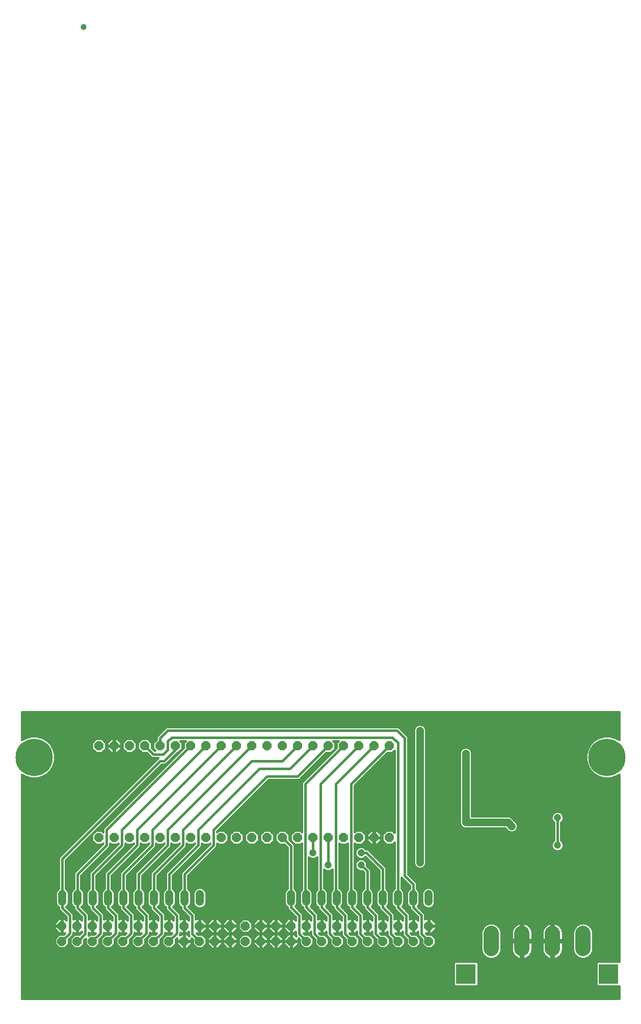
<source format=gbl>
G75*
%MOIN*%
%OFA0B0*%
%FSLAX25Y25*%
%IPPOS*%
%LPD*%
%AMOC8*
5,1,8,0,0,1.08239X$1,22.5*
%
%ADD10C,0.10000*%
%ADD11R,0.13055X0.13055*%
%ADD12OC8,0.05937*%
%ADD13C,0.05200*%
%ADD14C,0.03962*%
%ADD15C,0.24409*%
%ADD16C,0.04750*%
%ADD17C,0.01600*%
%ADD18C,0.05000*%
D10*
X0319440Y0042323D02*
X0319440Y0052323D01*
X0339440Y0052323D02*
X0339440Y0042323D01*
X0359440Y0042323D02*
X0359440Y0052323D01*
X0379440Y0052323D02*
X0379440Y0042323D01*
D11*
X0396094Y0025866D03*
X0302787Y0025866D03*
D12*
X0278495Y0047205D03*
X0278495Y0057205D03*
X0268495Y0057205D03*
X0268495Y0047205D03*
X0258495Y0047205D03*
X0258495Y0057205D03*
X0248495Y0057205D03*
X0248495Y0047205D03*
X0238495Y0047205D03*
X0238495Y0057205D03*
X0228495Y0057205D03*
X0228495Y0047205D03*
X0218495Y0047205D03*
X0218495Y0057205D03*
X0208495Y0057205D03*
X0208495Y0047205D03*
X0198495Y0047205D03*
X0198495Y0057205D03*
X0188495Y0057205D03*
X0188495Y0047205D03*
X0178495Y0047205D03*
X0178495Y0057205D03*
X0168495Y0057205D03*
X0168495Y0047205D03*
X0158495Y0047205D03*
X0158495Y0057205D03*
X0148495Y0057205D03*
X0148495Y0047205D03*
X0138495Y0047205D03*
X0138495Y0057205D03*
X0128495Y0057205D03*
X0128495Y0047205D03*
X0118495Y0047205D03*
X0118495Y0057205D03*
X0108495Y0057205D03*
X0108495Y0047205D03*
X0098495Y0047205D03*
X0098495Y0057205D03*
X0088495Y0057205D03*
X0088495Y0047205D03*
X0078495Y0047205D03*
X0078495Y0057205D03*
X0068495Y0057205D03*
X0068495Y0047205D03*
X0058495Y0047205D03*
X0058495Y0057205D03*
X0048495Y0057205D03*
X0048495Y0047205D03*
X0038495Y0047205D03*
X0038495Y0057205D03*
X0062708Y0115000D03*
X0072708Y0115000D03*
X0082708Y0115000D03*
X0092708Y0115000D03*
X0102708Y0115000D03*
X0112708Y0115000D03*
X0122708Y0115000D03*
X0132708Y0115000D03*
X0142708Y0115000D03*
X0152708Y0115000D03*
X0162708Y0115000D03*
X0172708Y0115000D03*
X0182708Y0115000D03*
X0192708Y0115000D03*
X0202708Y0115000D03*
X0212708Y0115000D03*
X0222708Y0115000D03*
X0232708Y0115000D03*
X0242708Y0115000D03*
X0252708Y0115000D03*
X0252708Y0175000D03*
X0242708Y0175000D03*
X0232708Y0175000D03*
X0222708Y0175000D03*
X0212708Y0175000D03*
X0202708Y0175000D03*
X0192708Y0175000D03*
X0182708Y0175000D03*
X0172708Y0175000D03*
X0162708Y0175000D03*
X0152708Y0175000D03*
X0142708Y0175000D03*
X0132708Y0175000D03*
X0122708Y0175000D03*
X0112708Y0175000D03*
X0102708Y0175000D03*
X0092708Y0175000D03*
X0082708Y0175000D03*
X0072708Y0175000D03*
X0062708Y0175000D03*
D13*
X0058708Y0078100D02*
X0058708Y0072900D01*
X0068708Y0072900D02*
X0068708Y0078100D01*
X0078708Y0078100D02*
X0078708Y0072900D01*
X0088708Y0072900D02*
X0088708Y0078100D01*
X0098708Y0078100D02*
X0098708Y0072900D01*
X0108708Y0072900D02*
X0108708Y0078100D01*
X0118708Y0078100D02*
X0118708Y0072900D01*
X0128708Y0072900D02*
X0128708Y0078100D01*
X0188299Y0078100D02*
X0188299Y0072900D01*
X0198299Y0072900D02*
X0198299Y0078100D01*
X0208299Y0078100D02*
X0208299Y0072900D01*
X0218299Y0072900D02*
X0218299Y0078100D01*
X0228299Y0078100D02*
X0228299Y0072900D01*
X0238299Y0072900D02*
X0238299Y0078100D01*
X0248299Y0078100D02*
X0248299Y0072900D01*
X0258299Y0072900D02*
X0258299Y0078100D01*
X0268299Y0078100D02*
X0268299Y0072900D01*
X0278299Y0072900D02*
X0278299Y0078100D01*
X0048708Y0078100D02*
X0048708Y0072900D01*
X0038708Y0072900D02*
X0038708Y0078100D01*
D14*
X0052708Y0645000D03*
D15*
X0020228Y0167520D03*
X0395188Y0167520D03*
D16*
X0362708Y0128000D03*
X0355708Y0122500D03*
X0362708Y0110000D03*
X0332708Y0122500D03*
X0302708Y0125000D03*
X0272708Y0098760D03*
X0234208Y0097000D03*
X0234208Y0105000D03*
X0212708Y0097000D03*
X0202708Y0105000D03*
X0272708Y0185000D03*
X0302708Y0170000D03*
D17*
X0012508Y0156036D02*
X0012508Y0009800D01*
X0402908Y0009800D01*
X0402908Y0017739D01*
X0388904Y0017739D01*
X0387966Y0018676D01*
X0387966Y0033056D01*
X0388904Y0033994D01*
X0402908Y0033994D01*
X0402908Y0156036D01*
X0400517Y0154656D01*
X0397006Y0153715D01*
X0393371Y0153715D01*
X0389860Y0154656D01*
X0386712Y0156473D01*
X0384142Y0159043D01*
X0382324Y0162191D01*
X0381384Y0165702D01*
X0381384Y0169337D01*
X0382324Y0172848D01*
X0384142Y0175996D01*
X0386712Y0178566D01*
X0389860Y0180384D01*
X0393371Y0181324D01*
X0397006Y0181324D01*
X0400517Y0180384D01*
X0402908Y0179003D01*
X0402908Y0197050D01*
X0012508Y0197050D01*
X0012508Y0179003D01*
X0014899Y0180384D01*
X0018410Y0181324D01*
X0022045Y0181324D01*
X0025556Y0180384D01*
X0028704Y0178566D01*
X0031274Y0175996D01*
X0033092Y0172848D01*
X0034032Y0169337D01*
X0034032Y0165702D01*
X0033092Y0162191D01*
X0031274Y0159043D01*
X0028704Y0156473D01*
X0025556Y0154656D01*
X0022045Y0153715D01*
X0018410Y0153715D01*
X0014899Y0154656D01*
X0012508Y0156036D01*
X0012508Y0155260D02*
X0013853Y0155260D01*
X0012508Y0153662D02*
X0087976Y0153662D01*
X0089574Y0155260D02*
X0026603Y0155260D01*
X0029089Y0156859D02*
X0091173Y0156859D01*
X0092771Y0158457D02*
X0030688Y0158457D01*
X0031859Y0160056D02*
X0094370Y0160056D01*
X0095968Y0161654D02*
X0032782Y0161654D01*
X0033376Y0163253D02*
X0097567Y0163253D01*
X0099165Y0164851D02*
X0033804Y0164851D01*
X0034032Y0166450D02*
X0100764Y0166450D01*
X0100673Y0166359D02*
X0036673Y0102359D01*
X0036308Y0101477D01*
X0036308Y0081640D01*
X0035147Y0080479D01*
X0034508Y0078935D01*
X0034508Y0072065D01*
X0035147Y0070521D01*
X0036308Y0069360D01*
X0036308Y0068523D01*
X0036673Y0067641D01*
X0041308Y0063006D01*
X0041308Y0061136D01*
X0040471Y0061973D01*
X0038680Y0061973D01*
X0038680Y0057389D01*
X0038311Y0057389D01*
X0038311Y0057020D01*
X0038680Y0057020D01*
X0038680Y0052436D01*
X0040250Y0052436D01*
X0039587Y0051773D01*
X0036603Y0051773D01*
X0033927Y0049097D01*
X0033927Y0045312D01*
X0036603Y0042636D01*
X0040388Y0042636D01*
X0043064Y0045312D01*
X0043064Y0048462D01*
X0045068Y0050465D01*
X0045743Y0051141D01*
X0046108Y0052023D01*
X0046108Y0052848D01*
X0046520Y0052436D01*
X0048311Y0052436D01*
X0048311Y0057020D01*
X0048680Y0057020D01*
X0048680Y0052436D01*
X0050471Y0052436D01*
X0051308Y0053274D01*
X0051308Y0052994D01*
X0050087Y0051773D01*
X0046603Y0051773D01*
X0043927Y0049097D01*
X0043927Y0045312D01*
X0046603Y0042636D01*
X0050388Y0042636D01*
X0053064Y0045312D01*
X0053064Y0047962D01*
X0053927Y0048825D01*
X0053927Y0045312D01*
X0056603Y0042636D01*
X0060388Y0042636D01*
X0063064Y0045312D01*
X0063064Y0048462D01*
X0065068Y0050465D01*
X0065743Y0051141D01*
X0066108Y0052023D01*
X0066108Y0052848D01*
X0066520Y0052436D01*
X0068311Y0052436D01*
X0068311Y0057020D01*
X0068680Y0057020D01*
X0068680Y0052436D01*
X0070250Y0052436D01*
X0069587Y0051773D01*
X0066603Y0051773D01*
X0063927Y0049097D01*
X0063927Y0045312D01*
X0066603Y0042636D01*
X0070388Y0042636D01*
X0073064Y0045312D01*
X0073064Y0048462D01*
X0075068Y0050465D01*
X0075743Y0051141D01*
X0076108Y0052023D01*
X0076108Y0052848D01*
X0076520Y0052436D01*
X0078311Y0052436D01*
X0078311Y0057020D01*
X0078680Y0057020D01*
X0078680Y0052436D01*
X0080250Y0052436D01*
X0079587Y0051773D01*
X0076603Y0051773D01*
X0073927Y0049097D01*
X0073927Y0045312D01*
X0076603Y0042636D01*
X0080388Y0042636D01*
X0083064Y0045312D01*
X0083064Y0048462D01*
X0085068Y0050465D01*
X0085743Y0051141D01*
X0086108Y0052023D01*
X0086108Y0052848D01*
X0086520Y0052436D01*
X0088311Y0052436D01*
X0088311Y0057020D01*
X0088680Y0057020D01*
X0088680Y0052436D01*
X0090250Y0052436D01*
X0089587Y0051773D01*
X0086603Y0051773D01*
X0083927Y0049097D01*
X0083927Y0045312D01*
X0086603Y0042636D01*
X0090388Y0042636D01*
X0093064Y0045312D01*
X0093064Y0048462D01*
X0095068Y0050465D01*
X0095743Y0051141D01*
X0096108Y0052023D01*
X0096108Y0052848D01*
X0096520Y0052436D01*
X0098311Y0052436D01*
X0098311Y0057020D01*
X0098680Y0057020D01*
X0098680Y0052436D01*
X0100250Y0052436D01*
X0099587Y0051773D01*
X0096603Y0051773D01*
X0093927Y0049097D01*
X0093927Y0045312D01*
X0096603Y0042636D01*
X0100388Y0042636D01*
X0103064Y0045312D01*
X0103064Y0048462D01*
X0105068Y0050465D01*
X0105743Y0051141D01*
X0106108Y0052023D01*
X0106108Y0052848D01*
X0106520Y0052436D01*
X0108311Y0052436D01*
X0108311Y0057020D01*
X0108680Y0057020D01*
X0108680Y0052436D01*
X0110250Y0052436D01*
X0109587Y0051773D01*
X0106603Y0051773D01*
X0103927Y0049097D01*
X0103927Y0045312D01*
X0106603Y0042636D01*
X0110388Y0042636D01*
X0113064Y0045312D01*
X0113064Y0048462D01*
X0113727Y0049125D01*
X0113727Y0047389D01*
X0118311Y0047389D01*
X0118311Y0047020D01*
X0118680Y0047020D01*
X0118680Y0042436D01*
X0120471Y0042436D01*
X0123264Y0045230D01*
X0123264Y0047020D01*
X0118680Y0047020D01*
X0118680Y0047389D01*
X0123264Y0047389D01*
X0123264Y0049050D01*
X0123927Y0048387D01*
X0123927Y0045312D01*
X0126603Y0042636D01*
X0130388Y0042636D01*
X0133064Y0045312D01*
X0133064Y0049097D01*
X0130388Y0051773D01*
X0127329Y0051773D01*
X0126666Y0052436D01*
X0128311Y0052436D01*
X0128311Y0057020D01*
X0128680Y0057020D01*
X0128680Y0052436D01*
X0130471Y0052436D01*
X0133264Y0055230D01*
X0133264Y0057020D01*
X0128680Y0057020D01*
X0128680Y0057389D01*
X0133264Y0057389D01*
X0133264Y0059180D01*
X0130471Y0061973D01*
X0128680Y0061973D01*
X0128680Y0057389D01*
X0128311Y0057389D01*
X0128311Y0061973D01*
X0126520Y0061973D01*
X0126108Y0061561D01*
X0126108Y0064477D01*
X0125743Y0065359D01*
X0125068Y0066035D01*
X0121425Y0069677D01*
X0122269Y0070521D01*
X0122908Y0072065D01*
X0122908Y0078935D01*
X0122269Y0080479D01*
X0121108Y0081640D01*
X0121108Y0090006D01*
X0139068Y0107965D01*
X0139743Y0108641D01*
X0140108Y0109523D01*
X0140108Y0111139D01*
X0140816Y0110431D01*
X0144600Y0110431D01*
X0147277Y0113108D01*
X0147277Y0116892D01*
X0144600Y0119568D01*
X0140816Y0119568D01*
X0140108Y0118861D01*
X0140108Y0119006D01*
X0173702Y0152600D01*
X0193185Y0152600D01*
X0194068Y0152965D01*
X0211534Y0170431D01*
X0214600Y0170431D01*
X0217277Y0173108D01*
X0217277Y0176892D01*
X0216069Y0178100D01*
X0219347Y0178100D01*
X0218140Y0176892D01*
X0218140Y0173826D01*
X0196349Y0152035D01*
X0196349Y0152035D01*
X0195673Y0151359D01*
X0195308Y0150477D01*
X0195308Y0118861D01*
X0194600Y0119568D01*
X0190816Y0119568D01*
X0188140Y0116892D01*
X0188140Y0113108D01*
X0190816Y0110431D01*
X0194600Y0110431D01*
X0195308Y0111139D01*
X0195308Y0081049D01*
X0194738Y0080479D01*
X0194099Y0078935D01*
X0194099Y0072065D01*
X0194738Y0070521D01*
X0195899Y0069360D01*
X0195899Y0068932D01*
X0196264Y0068050D01*
X0196939Y0067375D01*
X0201308Y0063006D01*
X0201308Y0061136D01*
X0200471Y0061973D01*
X0198680Y0061973D01*
X0198680Y0057389D01*
X0198311Y0057389D01*
X0198311Y0061973D01*
X0196520Y0061973D01*
X0196108Y0061561D01*
X0196108Y0064477D01*
X0195743Y0065359D01*
X0195068Y0066035D01*
X0191220Y0069882D01*
X0191859Y0070521D01*
X0192499Y0072065D01*
X0192499Y0078935D01*
X0191859Y0080479D01*
X0190699Y0081640D01*
X0190699Y0109887D01*
X0190333Y0110769D01*
X0187277Y0113826D01*
X0187277Y0116892D01*
X0184600Y0119568D01*
X0180816Y0119568D01*
X0178140Y0116892D01*
X0178140Y0113108D01*
X0180816Y0110431D01*
X0183882Y0110431D01*
X0185899Y0108415D01*
X0185899Y0081640D01*
X0184738Y0080479D01*
X0184099Y0078935D01*
X0184099Y0072065D01*
X0184738Y0070521D01*
X0185899Y0069360D01*
X0185899Y0068932D01*
X0186264Y0068050D01*
X0186939Y0067375D01*
X0191308Y0063006D01*
X0191308Y0061136D01*
X0190471Y0061973D01*
X0188680Y0061973D01*
X0188680Y0057389D01*
X0188311Y0057389D01*
X0188311Y0057020D01*
X0188680Y0057020D01*
X0188680Y0052436D01*
X0190471Y0052436D01*
X0191308Y0053274D01*
X0191308Y0051523D01*
X0191582Y0050862D01*
X0190471Y0051973D01*
X0188680Y0051973D01*
X0188680Y0047389D01*
X0193264Y0047389D01*
X0193264Y0049050D01*
X0193927Y0048387D01*
X0193927Y0045312D01*
X0196603Y0042636D01*
X0200388Y0042636D01*
X0203064Y0045312D01*
X0203064Y0049097D01*
X0200388Y0051773D01*
X0197329Y0051773D01*
X0196666Y0052436D01*
X0198311Y0052436D01*
X0198311Y0057020D01*
X0198680Y0057020D01*
X0198680Y0052436D01*
X0200471Y0052436D01*
X0201308Y0053274D01*
X0201308Y0051523D01*
X0201673Y0050641D01*
X0202349Y0049965D01*
X0203927Y0048387D01*
X0203927Y0045312D01*
X0206603Y0042636D01*
X0210388Y0042636D01*
X0213064Y0045312D01*
X0213064Y0049097D01*
X0210388Y0051773D01*
X0207329Y0051773D01*
X0206666Y0052436D01*
X0208311Y0052436D01*
X0208311Y0057020D01*
X0208680Y0057020D01*
X0208680Y0052436D01*
X0210471Y0052436D01*
X0211308Y0053274D01*
X0211308Y0051523D01*
X0211673Y0050641D01*
X0212349Y0049965D01*
X0213927Y0048387D01*
X0213927Y0045312D01*
X0216603Y0042636D01*
X0220388Y0042636D01*
X0223064Y0045312D01*
X0223064Y0049097D01*
X0220388Y0051773D01*
X0217329Y0051773D01*
X0216666Y0052436D01*
X0218311Y0052436D01*
X0218311Y0057020D01*
X0218680Y0057020D01*
X0218680Y0052436D01*
X0220471Y0052436D01*
X0221308Y0053274D01*
X0221308Y0051523D01*
X0221673Y0050641D01*
X0222349Y0049965D01*
X0223927Y0048387D01*
X0223927Y0045312D01*
X0226603Y0042636D01*
X0230388Y0042636D01*
X0233064Y0045312D01*
X0233064Y0049097D01*
X0230388Y0051773D01*
X0227329Y0051773D01*
X0226666Y0052436D01*
X0228311Y0052436D01*
X0228311Y0057020D01*
X0228680Y0057020D01*
X0228680Y0052436D01*
X0230471Y0052436D01*
X0231308Y0053274D01*
X0231308Y0051523D01*
X0231673Y0050641D01*
X0232349Y0049965D01*
X0233927Y0048387D01*
X0233927Y0045312D01*
X0236603Y0042636D01*
X0240388Y0042636D01*
X0243064Y0045312D01*
X0243064Y0049097D01*
X0240388Y0051773D01*
X0237329Y0051773D01*
X0236666Y0052436D01*
X0238311Y0052436D01*
X0238311Y0057020D01*
X0238680Y0057020D01*
X0238680Y0052436D01*
X0240471Y0052436D01*
X0241308Y0053274D01*
X0241308Y0051523D01*
X0241673Y0050641D01*
X0242349Y0049965D01*
X0243927Y0048387D01*
X0243927Y0045312D01*
X0246603Y0042636D01*
X0250388Y0042636D01*
X0253064Y0045312D01*
X0253064Y0049097D01*
X0250388Y0051773D01*
X0247329Y0051773D01*
X0246666Y0052436D01*
X0248311Y0052436D01*
X0248311Y0057020D01*
X0248680Y0057020D01*
X0248680Y0052436D01*
X0250471Y0052436D01*
X0251308Y0053274D01*
X0251308Y0051523D01*
X0251673Y0050641D01*
X0252349Y0049965D01*
X0253927Y0048387D01*
X0253927Y0045312D01*
X0256603Y0042636D01*
X0260388Y0042636D01*
X0263064Y0045312D01*
X0263064Y0049097D01*
X0260388Y0051773D01*
X0257329Y0051773D01*
X0256666Y0052436D01*
X0258311Y0052436D01*
X0258311Y0057020D01*
X0258680Y0057020D01*
X0258680Y0052436D01*
X0260471Y0052436D01*
X0261308Y0053274D01*
X0261308Y0051523D01*
X0261673Y0050641D01*
X0262349Y0049965D01*
X0263927Y0048387D01*
X0263927Y0045312D01*
X0266603Y0042636D01*
X0270388Y0042636D01*
X0273064Y0045312D01*
X0273064Y0049097D01*
X0270388Y0051773D01*
X0267329Y0051773D01*
X0266666Y0052436D01*
X0268311Y0052436D01*
X0268311Y0057020D01*
X0268680Y0057020D01*
X0268680Y0052436D01*
X0270471Y0052436D01*
X0271308Y0053274D01*
X0271308Y0051523D01*
X0271673Y0050641D01*
X0272349Y0049965D01*
X0273927Y0048387D01*
X0273927Y0045312D01*
X0276603Y0042636D01*
X0280388Y0042636D01*
X0283064Y0045312D01*
X0283064Y0049097D01*
X0280388Y0051773D01*
X0277329Y0051773D01*
X0276666Y0052436D01*
X0278311Y0052436D01*
X0278311Y0057020D01*
X0278680Y0057020D01*
X0278680Y0052436D01*
X0280471Y0052436D01*
X0283264Y0055230D01*
X0283264Y0057020D01*
X0278680Y0057020D01*
X0278680Y0057389D01*
X0283264Y0057389D01*
X0283264Y0059180D01*
X0280471Y0061973D01*
X0278680Y0061973D01*
X0278680Y0057389D01*
X0278311Y0057389D01*
X0278311Y0061973D01*
X0276520Y0061973D01*
X0276108Y0061561D01*
X0276108Y0064477D01*
X0275743Y0065359D01*
X0271220Y0069882D01*
X0271859Y0070521D01*
X0272499Y0072065D01*
X0272499Y0078935D01*
X0271859Y0080479D01*
X0270699Y0081640D01*
X0270699Y0084887D01*
X0270333Y0085769D01*
X0269658Y0086444D01*
X0265108Y0090994D01*
X0265108Y0180477D01*
X0264743Y0181359D01*
X0259068Y0187035D01*
X0258185Y0187400D01*
X0107231Y0187400D01*
X0106349Y0187035D01*
X0105673Y0186359D01*
X0100673Y0181359D01*
X0100308Y0180477D01*
X0100308Y0179061D01*
X0098140Y0176892D01*
X0098140Y0173108D01*
X0099347Y0171900D01*
X0099202Y0171900D01*
X0097277Y0173826D01*
X0097277Y0176892D01*
X0094600Y0179568D01*
X0090816Y0179568D01*
X0088140Y0176892D01*
X0088140Y0173108D01*
X0090816Y0170431D01*
X0093882Y0170431D01*
X0096849Y0167465D01*
X0097731Y0167100D01*
X0101506Y0167100D01*
X0101349Y0167035D01*
X0100673Y0166359D01*
X0102708Y0165000D02*
X0105208Y0165000D01*
X0112208Y0172000D01*
X0112208Y0174500D01*
X0112708Y0175000D01*
X0116069Y0178100D02*
X0119347Y0178100D01*
X0118140Y0176892D01*
X0118140Y0173826D01*
X0065673Y0121359D01*
X0065308Y0120477D01*
X0065308Y0118861D01*
X0064600Y0119568D01*
X0060816Y0119568D01*
X0058140Y0116892D01*
X0058140Y0113108D01*
X0060816Y0110431D01*
X0064600Y0110431D01*
X0065308Y0111139D01*
X0065308Y0110994D01*
X0046673Y0092359D01*
X0046308Y0091477D01*
X0046308Y0081640D01*
X0045147Y0080479D01*
X0044508Y0078935D01*
X0044508Y0072065D01*
X0045147Y0070521D01*
X0046308Y0069360D01*
X0046308Y0068523D01*
X0046673Y0067641D01*
X0051308Y0063006D01*
X0051308Y0061136D01*
X0050471Y0061973D01*
X0048680Y0061973D01*
X0048680Y0057389D01*
X0048311Y0057389D01*
X0048311Y0061973D01*
X0046520Y0061973D01*
X0046108Y0061561D01*
X0046108Y0064477D01*
X0045743Y0065359D01*
X0041425Y0069677D01*
X0042269Y0070521D01*
X0042908Y0072065D01*
X0042908Y0078935D01*
X0042269Y0080479D01*
X0041108Y0081640D01*
X0041108Y0100006D01*
X0103702Y0162600D01*
X0105685Y0162600D01*
X0106568Y0162965D01*
X0113568Y0169965D01*
X0114034Y0170431D01*
X0114600Y0170431D01*
X0117277Y0173108D01*
X0117277Y0176892D01*
X0116069Y0178100D01*
X0116530Y0177639D02*
X0118886Y0177639D01*
X0118140Y0176041D02*
X0117277Y0176041D01*
X0117277Y0174442D02*
X0118140Y0174442D01*
X0117158Y0172844D02*
X0117013Y0172844D01*
X0115559Y0171245D02*
X0115414Y0171245D01*
X0113961Y0169647D02*
X0113249Y0169647D01*
X0112362Y0168048D02*
X0111650Y0168048D01*
X0110764Y0166450D02*
X0110052Y0166450D01*
X0109165Y0164851D02*
X0108453Y0164851D01*
X0107567Y0163253D02*
X0106855Y0163253D01*
X0105968Y0161654D02*
X0102756Y0161654D01*
X0101158Y0160056D02*
X0104370Y0160056D01*
X0102771Y0158457D02*
X0099559Y0158457D01*
X0097961Y0156859D02*
X0101173Y0156859D01*
X0099574Y0155260D02*
X0096362Y0155260D01*
X0094764Y0153662D02*
X0097976Y0153662D01*
X0096377Y0152063D02*
X0093165Y0152063D01*
X0091567Y0150465D02*
X0094778Y0150465D01*
X0093180Y0148866D02*
X0089968Y0148866D01*
X0088370Y0147268D02*
X0091581Y0147268D01*
X0089983Y0145669D02*
X0086771Y0145669D01*
X0085173Y0144070D02*
X0088384Y0144070D01*
X0086786Y0142472D02*
X0083574Y0142472D01*
X0081976Y0140873D02*
X0085187Y0140873D01*
X0083589Y0139275D02*
X0080377Y0139275D01*
X0078779Y0137676D02*
X0081990Y0137676D01*
X0080392Y0136078D02*
X0077180Y0136078D01*
X0075582Y0134479D02*
X0078793Y0134479D01*
X0077195Y0132881D02*
X0073983Y0132881D01*
X0072385Y0131282D02*
X0075596Y0131282D01*
X0073998Y0129684D02*
X0070786Y0129684D01*
X0069188Y0128085D02*
X0072399Y0128085D01*
X0070801Y0126487D02*
X0067589Y0126487D01*
X0065991Y0124888D02*
X0069202Y0124888D01*
X0067604Y0123290D02*
X0064392Y0123290D01*
X0062794Y0121691D02*
X0066005Y0121691D01*
X0065308Y0120093D02*
X0061195Y0120093D01*
X0059742Y0118494D02*
X0059596Y0118494D01*
X0058143Y0116896D02*
X0057998Y0116896D01*
X0058140Y0115297D02*
X0056399Y0115297D01*
X0054801Y0113699D02*
X0058140Y0113699D01*
X0059147Y0112100D02*
X0053202Y0112100D01*
X0051604Y0110502D02*
X0060745Y0110502D01*
X0063217Y0108903D02*
X0050005Y0108903D01*
X0048407Y0107305D02*
X0061619Y0107305D01*
X0060020Y0105706D02*
X0046808Y0105706D01*
X0045210Y0104108D02*
X0058422Y0104108D01*
X0056823Y0102509D02*
X0043611Y0102509D01*
X0042013Y0100911D02*
X0055225Y0100911D01*
X0053626Y0099312D02*
X0041108Y0099312D01*
X0041108Y0097714D02*
X0052028Y0097714D01*
X0050429Y0096115D02*
X0041108Y0096115D01*
X0041108Y0094517D02*
X0048831Y0094517D01*
X0047232Y0092918D02*
X0041108Y0092918D01*
X0041108Y0091320D02*
X0046308Y0091320D01*
X0046308Y0089721D02*
X0041108Y0089721D01*
X0041108Y0088123D02*
X0046308Y0088123D01*
X0046308Y0086524D02*
X0041108Y0086524D01*
X0041108Y0084926D02*
X0046308Y0084926D01*
X0046308Y0083327D02*
X0041108Y0083327D01*
X0041108Y0081729D02*
X0046308Y0081729D01*
X0045003Y0080130D02*
X0042413Y0080130D01*
X0042908Y0078532D02*
X0044508Y0078532D01*
X0044508Y0076933D02*
X0042908Y0076933D01*
X0042908Y0075334D02*
X0044508Y0075334D01*
X0044508Y0073736D02*
X0042908Y0073736D01*
X0042908Y0072137D02*
X0044508Y0072137D01*
X0045140Y0070539D02*
X0042276Y0070539D01*
X0042162Y0068940D02*
X0046308Y0068940D01*
X0046972Y0067342D02*
X0043760Y0067342D01*
X0045359Y0065743D02*
X0048571Y0065743D01*
X0050169Y0064145D02*
X0046108Y0064145D01*
X0046108Y0062546D02*
X0051308Y0062546D01*
X0053708Y0064000D02*
X0053708Y0052000D01*
X0048913Y0047205D01*
X0048495Y0047205D01*
X0043927Y0046561D02*
X0043064Y0046561D01*
X0043064Y0048160D02*
X0043927Y0048160D01*
X0044360Y0049758D02*
X0044588Y0049758D01*
X0045068Y0050465D02*
X0045068Y0050465D01*
X0045832Y0051357D02*
X0046187Y0051357D01*
X0048311Y0052955D02*
X0048680Y0052955D01*
X0048680Y0054554D02*
X0048311Y0054554D01*
X0048311Y0056152D02*
X0048680Y0056152D01*
X0048680Y0057751D02*
X0048311Y0057751D01*
X0048311Y0059349D02*
X0048680Y0059349D01*
X0048680Y0060948D02*
X0048311Y0060948D01*
X0043708Y0064000D02*
X0043708Y0052500D01*
X0038495Y0047287D01*
X0038495Y0047205D01*
X0033927Y0046561D02*
X0012508Y0046561D01*
X0012508Y0044963D02*
X0034277Y0044963D01*
X0035875Y0043364D02*
X0012508Y0043364D01*
X0012508Y0041766D02*
X0312840Y0041766D01*
X0312840Y0041010D02*
X0313845Y0038584D01*
X0315702Y0036728D01*
X0318128Y0035723D01*
X0320753Y0035723D01*
X0323179Y0036728D01*
X0325036Y0038584D01*
X0326040Y0041010D01*
X0326040Y0053636D01*
X0325036Y0056061D01*
X0323179Y0057918D01*
X0320753Y0058923D01*
X0318128Y0058923D01*
X0315702Y0057918D01*
X0313845Y0056061D01*
X0312840Y0053636D01*
X0312840Y0041010D01*
X0313189Y0040167D02*
X0012508Y0040167D01*
X0012508Y0038569D02*
X0313861Y0038569D01*
X0315459Y0036970D02*
X0012508Y0036970D01*
X0012508Y0035372D02*
X0402908Y0035372D01*
X0402908Y0036970D02*
X0383422Y0036970D01*
X0383179Y0036728D02*
X0385036Y0038584D01*
X0386040Y0041010D01*
X0386040Y0053636D01*
X0385036Y0056061D01*
X0383179Y0057918D01*
X0380753Y0058923D01*
X0378128Y0058923D01*
X0375702Y0057918D01*
X0373845Y0056061D01*
X0372840Y0053636D01*
X0372840Y0041010D01*
X0373845Y0038584D01*
X0375702Y0036728D01*
X0378128Y0035723D01*
X0380753Y0035723D01*
X0383179Y0036728D01*
X0385020Y0038569D02*
X0402908Y0038569D01*
X0402908Y0040167D02*
X0385691Y0040167D01*
X0386040Y0041766D02*
X0402908Y0041766D01*
X0402908Y0043364D02*
X0386040Y0043364D01*
X0386040Y0044963D02*
X0402908Y0044963D01*
X0402908Y0046561D02*
X0386040Y0046561D01*
X0386040Y0048160D02*
X0402908Y0048160D01*
X0402908Y0049758D02*
X0386040Y0049758D01*
X0386040Y0051357D02*
X0402908Y0051357D01*
X0402908Y0052955D02*
X0386040Y0052955D01*
X0385660Y0054554D02*
X0402908Y0054554D01*
X0402908Y0056152D02*
X0384945Y0056152D01*
X0383346Y0057751D02*
X0402908Y0057751D01*
X0402908Y0059349D02*
X0283094Y0059349D01*
X0283264Y0057751D02*
X0315535Y0057751D01*
X0313936Y0056152D02*
X0283264Y0056152D01*
X0282588Y0054554D02*
X0313221Y0054554D01*
X0312840Y0052955D02*
X0280990Y0052955D01*
X0280804Y0051357D02*
X0312840Y0051357D01*
X0312840Y0049758D02*
X0282403Y0049758D01*
X0283064Y0048160D02*
X0312840Y0048160D01*
X0312840Y0046561D02*
X0283064Y0046561D01*
X0282714Y0044963D02*
X0312840Y0044963D01*
X0312840Y0043364D02*
X0281116Y0043364D01*
X0278495Y0047205D02*
X0278495Y0047213D01*
X0273708Y0052000D01*
X0273708Y0064000D01*
X0268299Y0069409D01*
X0268299Y0075500D01*
X0268299Y0084409D01*
X0262708Y0090000D01*
X0262708Y0180000D01*
X0257708Y0185000D01*
X0107708Y0185000D01*
X0102708Y0180000D01*
X0102708Y0175000D01*
X0098140Y0174442D02*
X0097277Y0174442D01*
X0097277Y0176041D02*
X0098140Y0176041D01*
X0098886Y0177639D02*
X0096530Y0177639D01*
X0094931Y0179238D02*
X0100308Y0179238D01*
X0100457Y0180836D02*
X0023867Y0180836D01*
X0027541Y0179238D02*
X0060485Y0179238D01*
X0060816Y0179568D02*
X0058140Y0176892D01*
X0058140Y0173108D01*
X0060816Y0170431D01*
X0064600Y0170431D01*
X0067277Y0173108D01*
X0067277Y0176892D01*
X0064600Y0179568D01*
X0060816Y0179568D01*
X0058886Y0177639D02*
X0029631Y0177639D01*
X0031230Y0176041D02*
X0058140Y0176041D01*
X0058140Y0174442D02*
X0032171Y0174442D01*
X0033093Y0172844D02*
X0058404Y0172844D01*
X0060002Y0171245D02*
X0033521Y0171245D01*
X0033950Y0169647D02*
X0094667Y0169647D01*
X0096266Y0168048D02*
X0034032Y0168048D01*
X0016589Y0180836D02*
X0012508Y0180836D01*
X0012508Y0179238D02*
X0012915Y0179238D01*
X0012508Y0182435D02*
X0101749Y0182435D01*
X0103347Y0184033D02*
X0012508Y0184033D01*
X0012508Y0185632D02*
X0104946Y0185632D01*
X0106821Y0187230D02*
X0012508Y0187230D01*
X0012508Y0188829D02*
X0271238Y0188829D01*
X0271893Y0189100D02*
X0270386Y0188476D01*
X0269232Y0187322D01*
X0268608Y0185816D01*
X0268608Y0097944D01*
X0269232Y0096437D01*
X0270386Y0095284D01*
X0271893Y0094660D01*
X0273524Y0094660D01*
X0275031Y0095284D01*
X0276184Y0096437D01*
X0276808Y0097944D01*
X0276808Y0185816D01*
X0276184Y0187322D01*
X0275031Y0188476D01*
X0273524Y0189100D01*
X0271893Y0189100D01*
X0274178Y0188829D02*
X0402908Y0188829D01*
X0402908Y0190427D02*
X0012508Y0190427D01*
X0012508Y0192026D02*
X0402908Y0192026D01*
X0402908Y0193624D02*
X0012508Y0193624D01*
X0012508Y0195223D02*
X0402908Y0195223D01*
X0402908Y0196821D02*
X0012508Y0196821D01*
X0012508Y0152063D02*
X0086377Y0152063D01*
X0084778Y0150465D02*
X0012508Y0150465D01*
X0012508Y0148866D02*
X0083180Y0148866D01*
X0081581Y0147268D02*
X0012508Y0147268D01*
X0012508Y0145669D02*
X0079983Y0145669D01*
X0078384Y0144070D02*
X0012508Y0144070D01*
X0012508Y0142472D02*
X0076786Y0142472D01*
X0075187Y0140873D02*
X0012508Y0140873D01*
X0012508Y0139275D02*
X0073589Y0139275D01*
X0071990Y0137676D02*
X0012508Y0137676D01*
X0012508Y0136078D02*
X0070392Y0136078D01*
X0068793Y0134479D02*
X0012508Y0134479D01*
X0012508Y0132881D02*
X0067195Y0132881D01*
X0065596Y0131282D02*
X0012508Y0131282D01*
X0012508Y0129684D02*
X0063998Y0129684D01*
X0062399Y0128085D02*
X0012508Y0128085D01*
X0012508Y0126487D02*
X0060801Y0126487D01*
X0059202Y0124888D02*
X0012508Y0124888D01*
X0012508Y0123290D02*
X0057604Y0123290D01*
X0056005Y0121691D02*
X0012508Y0121691D01*
X0012508Y0120093D02*
X0054407Y0120093D01*
X0052808Y0118494D02*
X0012508Y0118494D01*
X0012508Y0116896D02*
X0051210Y0116896D01*
X0049611Y0115297D02*
X0012508Y0115297D01*
X0012508Y0113699D02*
X0048013Y0113699D01*
X0046414Y0112100D02*
X0012508Y0112100D01*
X0012508Y0110502D02*
X0044816Y0110502D01*
X0043217Y0108903D02*
X0012508Y0108903D01*
X0012508Y0107305D02*
X0041619Y0107305D01*
X0040020Y0105706D02*
X0012508Y0105706D01*
X0012508Y0104108D02*
X0038422Y0104108D01*
X0036823Y0102509D02*
X0012508Y0102509D01*
X0012508Y0100911D02*
X0036308Y0100911D01*
X0036308Y0099312D02*
X0012508Y0099312D01*
X0012508Y0097714D02*
X0036308Y0097714D01*
X0036308Y0096115D02*
X0012508Y0096115D01*
X0012508Y0094517D02*
X0036308Y0094517D01*
X0036308Y0092918D02*
X0012508Y0092918D01*
X0012508Y0091320D02*
X0036308Y0091320D01*
X0036308Y0089721D02*
X0012508Y0089721D01*
X0012508Y0088123D02*
X0036308Y0088123D01*
X0036308Y0086524D02*
X0012508Y0086524D01*
X0012508Y0084926D02*
X0036308Y0084926D01*
X0036308Y0083327D02*
X0012508Y0083327D01*
X0012508Y0081729D02*
X0036308Y0081729D01*
X0035003Y0080130D02*
X0012508Y0080130D01*
X0012508Y0078532D02*
X0034508Y0078532D01*
X0034508Y0076933D02*
X0012508Y0076933D01*
X0012508Y0075334D02*
X0034508Y0075334D01*
X0034508Y0073736D02*
X0012508Y0073736D01*
X0012508Y0072137D02*
X0034508Y0072137D01*
X0035140Y0070539D02*
X0012508Y0070539D01*
X0012508Y0068940D02*
X0036308Y0068940D01*
X0036972Y0067342D02*
X0012508Y0067342D01*
X0012508Y0065743D02*
X0038571Y0065743D01*
X0040169Y0064145D02*
X0012508Y0064145D01*
X0012508Y0062546D02*
X0041308Y0062546D01*
X0043708Y0064000D02*
X0038708Y0069000D01*
X0038708Y0075500D01*
X0038708Y0101000D01*
X0102708Y0165000D01*
X0104708Y0169500D02*
X0098208Y0169500D01*
X0092708Y0175000D01*
X0088140Y0174442D02*
X0087277Y0174442D01*
X0087277Y0173108D02*
X0084600Y0170431D01*
X0080816Y0170431D01*
X0078140Y0173108D01*
X0078140Y0176892D01*
X0080816Y0179568D01*
X0084600Y0179568D01*
X0087277Y0176892D01*
X0087277Y0173108D01*
X0087013Y0172844D02*
X0088404Y0172844D01*
X0090002Y0171245D02*
X0085414Y0171245D01*
X0087277Y0176041D02*
X0088140Y0176041D01*
X0088886Y0177639D02*
X0086530Y0177639D01*
X0084931Y0179238D02*
X0090485Y0179238D01*
X0080485Y0179238D02*
X0075214Y0179238D01*
X0074683Y0179768D02*
X0077477Y0176975D01*
X0077477Y0175184D01*
X0072892Y0175184D01*
X0072524Y0175184D01*
X0072524Y0174816D01*
X0072892Y0174816D01*
X0072892Y0170231D01*
X0074683Y0170231D01*
X0077477Y0173025D01*
X0077477Y0174816D01*
X0072892Y0174816D01*
X0072892Y0175184D01*
X0072892Y0179768D01*
X0074683Y0179768D01*
X0072892Y0179238D02*
X0072524Y0179238D01*
X0072524Y0179768D02*
X0070733Y0179768D01*
X0067940Y0176975D01*
X0067940Y0175184D01*
X0072524Y0175184D01*
X0072524Y0179768D01*
X0072524Y0177639D02*
X0072892Y0177639D01*
X0072892Y0176041D02*
X0072524Y0176041D01*
X0072524Y0174816D02*
X0067940Y0174816D01*
X0067940Y0173025D01*
X0070733Y0170231D01*
X0072524Y0170231D01*
X0072524Y0174816D01*
X0072524Y0174442D02*
X0072892Y0174442D01*
X0072892Y0172844D02*
X0072524Y0172844D01*
X0072524Y0171245D02*
X0072892Y0171245D01*
X0075697Y0171245D02*
X0080002Y0171245D01*
X0078404Y0172844D02*
X0077295Y0172844D01*
X0077477Y0174442D02*
X0078140Y0174442D01*
X0078140Y0176041D02*
X0077477Y0176041D01*
X0076813Y0177639D02*
X0078886Y0177639D01*
X0070202Y0179238D02*
X0064931Y0179238D01*
X0066530Y0177639D02*
X0068604Y0177639D01*
X0067940Y0176041D02*
X0067277Y0176041D01*
X0067277Y0174442D02*
X0067940Y0174442D01*
X0068121Y0172844D02*
X0067013Y0172844D01*
X0065414Y0171245D02*
X0069719Y0171245D01*
X0098258Y0172844D02*
X0098404Y0172844D01*
X0104708Y0169500D02*
X0107708Y0172500D01*
X0107708Y0178000D01*
X0110208Y0180500D01*
X0254708Y0180500D01*
X0258299Y0176909D01*
X0258299Y0075500D01*
X0258299Y0069409D01*
X0263708Y0064000D01*
X0263708Y0052000D01*
X0268495Y0047213D01*
X0268495Y0047205D01*
X0263927Y0046561D02*
X0263064Y0046561D01*
X0263064Y0048160D02*
X0263927Y0048160D01*
X0262556Y0049758D02*
X0262403Y0049758D01*
X0261377Y0051357D02*
X0260804Y0051357D01*
X0260990Y0052955D02*
X0261308Y0052955D01*
X0258680Y0052955D02*
X0258311Y0052955D01*
X0258311Y0054554D02*
X0258680Y0054554D01*
X0258680Y0056152D02*
X0258311Y0056152D01*
X0258311Y0057389D02*
X0258311Y0061973D01*
X0256520Y0061973D01*
X0256108Y0061561D01*
X0256108Y0064477D01*
X0255743Y0065359D01*
X0251220Y0069882D01*
X0251859Y0070521D01*
X0252499Y0072065D01*
X0252499Y0078935D01*
X0251859Y0080479D01*
X0250699Y0081640D01*
X0250699Y0094887D01*
X0250333Y0095769D01*
X0239743Y0106359D01*
X0239068Y0107035D01*
X0238185Y0107400D01*
X0237429Y0107400D01*
X0236460Y0108370D01*
X0234999Y0108975D01*
X0233417Y0108975D01*
X0231957Y0108370D01*
X0230838Y0107252D01*
X0230233Y0105791D01*
X0230233Y0104209D01*
X0230838Y0102748D01*
X0231957Y0101630D01*
X0233417Y0101025D01*
X0234999Y0101025D01*
X0236460Y0101630D01*
X0237072Y0102242D01*
X0245899Y0093415D01*
X0245899Y0081640D01*
X0244738Y0080479D01*
X0244099Y0078935D01*
X0244099Y0072065D01*
X0244738Y0070521D01*
X0245899Y0069360D01*
X0245899Y0068932D01*
X0246264Y0068050D01*
X0246939Y0067375D01*
X0251308Y0063006D01*
X0251308Y0061136D01*
X0250471Y0061973D01*
X0248680Y0061973D01*
X0248680Y0057389D01*
X0248311Y0057389D01*
X0248311Y0061973D01*
X0246520Y0061973D01*
X0246108Y0061561D01*
X0246108Y0064477D01*
X0245743Y0065359D01*
X0241220Y0069882D01*
X0241859Y0070521D01*
X0242499Y0072065D01*
X0242499Y0078935D01*
X0241859Y0080479D01*
X0240699Y0081640D01*
X0240699Y0093387D01*
X0240333Y0094269D01*
X0238183Y0096419D01*
X0238183Y0097791D01*
X0237578Y0099252D01*
X0236460Y0100370D01*
X0234999Y0100975D01*
X0233417Y0100975D01*
X0231957Y0100370D01*
X0230838Y0099252D01*
X0230233Y0097791D01*
X0230233Y0096209D01*
X0230838Y0094748D01*
X0231957Y0093630D01*
X0233417Y0093025D01*
X0234789Y0093025D01*
X0235899Y0091915D01*
X0235899Y0081640D01*
X0234738Y0080479D01*
X0234099Y0078935D01*
X0234099Y0072065D01*
X0234738Y0070521D01*
X0235899Y0069360D01*
X0235899Y0068932D01*
X0236264Y0068050D01*
X0236939Y0067375D01*
X0241308Y0063006D01*
X0241308Y0061136D01*
X0240471Y0061973D01*
X0238680Y0061973D01*
X0238680Y0057389D01*
X0238311Y0057389D01*
X0238311Y0061973D01*
X0236520Y0061973D01*
X0236108Y0061561D01*
X0236108Y0064477D01*
X0235743Y0065359D01*
X0231220Y0069882D01*
X0231859Y0070521D01*
X0232499Y0072065D01*
X0232499Y0078935D01*
X0231859Y0080479D01*
X0230678Y0081661D01*
X0230108Y0081897D01*
X0230108Y0111139D01*
X0230816Y0110431D01*
X0234600Y0110431D01*
X0237277Y0113108D01*
X0237277Y0116892D01*
X0234600Y0119568D01*
X0230816Y0119568D01*
X0230108Y0118861D01*
X0230108Y0149006D01*
X0251534Y0170431D01*
X0254600Y0170431D01*
X0255899Y0171730D01*
X0255899Y0118270D01*
X0254600Y0119568D01*
X0250816Y0119568D01*
X0248140Y0116892D01*
X0248140Y0113108D01*
X0250816Y0110431D01*
X0254600Y0110431D01*
X0255899Y0111730D01*
X0255899Y0081640D01*
X0254738Y0080479D01*
X0254099Y0078935D01*
X0254099Y0072065D01*
X0254738Y0070521D01*
X0255899Y0069360D01*
X0255899Y0068932D01*
X0256264Y0068050D01*
X0256939Y0067375D01*
X0261308Y0063006D01*
X0261308Y0061136D01*
X0260471Y0061973D01*
X0258680Y0061973D01*
X0258680Y0057389D01*
X0258311Y0057389D01*
X0258311Y0057751D02*
X0258680Y0057751D01*
X0258680Y0059349D02*
X0258311Y0059349D01*
X0258311Y0060948D02*
X0258680Y0060948D01*
X0256108Y0062546D02*
X0261308Y0062546D01*
X0260169Y0064145D02*
X0256108Y0064145D01*
X0255359Y0065743D02*
X0258571Y0065743D01*
X0256972Y0067342D02*
X0253760Y0067342D01*
X0252162Y0068940D02*
X0255899Y0068940D01*
X0254731Y0070539D02*
X0251867Y0070539D01*
X0252499Y0072137D02*
X0254099Y0072137D01*
X0254099Y0073736D02*
X0252499Y0073736D01*
X0252499Y0075334D02*
X0254099Y0075334D01*
X0254099Y0076933D02*
X0252499Y0076933D01*
X0252499Y0078532D02*
X0254099Y0078532D01*
X0254593Y0080130D02*
X0252004Y0080130D01*
X0250699Y0081729D02*
X0255899Y0081729D01*
X0255899Y0083327D02*
X0250699Y0083327D01*
X0250699Y0084926D02*
X0255899Y0084926D01*
X0255899Y0086524D02*
X0250699Y0086524D01*
X0250699Y0088123D02*
X0255899Y0088123D01*
X0255899Y0089721D02*
X0250699Y0089721D01*
X0250699Y0091320D02*
X0255899Y0091320D01*
X0255899Y0092918D02*
X0250699Y0092918D01*
X0250699Y0094517D02*
X0255899Y0094517D01*
X0255899Y0096115D02*
X0249987Y0096115D01*
X0248389Y0097714D02*
X0255899Y0097714D01*
X0255899Y0099312D02*
X0246790Y0099312D01*
X0245191Y0100911D02*
X0255899Y0100911D01*
X0255899Y0102509D02*
X0243593Y0102509D01*
X0241994Y0104108D02*
X0255899Y0104108D01*
X0255899Y0105706D02*
X0240396Y0105706D01*
X0238415Y0107305D02*
X0255899Y0107305D01*
X0255899Y0108903D02*
X0235171Y0108903D01*
X0234671Y0110502D02*
X0240463Y0110502D01*
X0240733Y0110231D02*
X0242524Y0110231D01*
X0242524Y0114816D01*
X0242892Y0114816D01*
X0242892Y0110231D01*
X0244683Y0110231D01*
X0247477Y0113025D01*
X0247477Y0114816D01*
X0242892Y0114816D01*
X0242892Y0115184D01*
X0242524Y0115184D01*
X0242524Y0114816D01*
X0237940Y0114816D01*
X0237940Y0113025D01*
X0240733Y0110231D01*
X0242524Y0110502D02*
X0242892Y0110502D01*
X0242892Y0112100D02*
X0242524Y0112100D01*
X0242524Y0113699D02*
X0242892Y0113699D01*
X0242892Y0115184D02*
X0247477Y0115184D01*
X0247477Y0116975D01*
X0244683Y0119768D01*
X0242892Y0119768D01*
X0242892Y0115184D01*
X0242892Y0115297D02*
X0242524Y0115297D01*
X0242524Y0115184D02*
X0242524Y0119768D01*
X0240733Y0119768D01*
X0237940Y0116975D01*
X0237940Y0115184D01*
X0242524Y0115184D01*
X0242524Y0116896D02*
X0242892Y0116896D01*
X0242892Y0118494D02*
X0242524Y0118494D01*
X0239459Y0118494D02*
X0235675Y0118494D01*
X0237273Y0116896D02*
X0237940Y0116896D01*
X0237940Y0115297D02*
X0237277Y0115297D01*
X0237277Y0113699D02*
X0237940Y0113699D01*
X0238864Y0112100D02*
X0236269Y0112100D01*
X0233245Y0108903D02*
X0230108Y0108903D01*
X0230108Y0107305D02*
X0230892Y0107305D01*
X0230233Y0105706D02*
X0230108Y0105706D01*
X0230108Y0104108D02*
X0230275Y0104108D01*
X0230108Y0102509D02*
X0231078Y0102509D01*
X0230108Y0100911D02*
X0233263Y0100911D01*
X0235153Y0100911D02*
X0238403Y0100911D01*
X0237517Y0099312D02*
X0240002Y0099312D01*
X0241600Y0097714D02*
X0238183Y0097714D01*
X0238487Y0096115D02*
X0243199Y0096115D01*
X0244797Y0094517D02*
X0240086Y0094517D01*
X0240699Y0092918D02*
X0245899Y0092918D01*
X0245899Y0091320D02*
X0240699Y0091320D01*
X0240699Y0089721D02*
X0245899Y0089721D01*
X0245899Y0088123D02*
X0240699Y0088123D01*
X0240699Y0086524D02*
X0245899Y0086524D01*
X0245899Y0084926D02*
X0240699Y0084926D01*
X0240699Y0083327D02*
X0245899Y0083327D01*
X0245899Y0081729D02*
X0240699Y0081729D01*
X0242004Y0080130D02*
X0244593Y0080130D01*
X0244099Y0078532D02*
X0242499Y0078532D01*
X0242499Y0076933D02*
X0244099Y0076933D01*
X0244099Y0075334D02*
X0242499Y0075334D01*
X0242499Y0073736D02*
X0244099Y0073736D01*
X0244099Y0072137D02*
X0242499Y0072137D01*
X0241867Y0070539D02*
X0244731Y0070539D01*
X0245899Y0068940D02*
X0242162Y0068940D01*
X0243760Y0067342D02*
X0246972Y0067342D01*
X0248571Y0065743D02*
X0245359Y0065743D01*
X0246108Y0064145D02*
X0250169Y0064145D01*
X0251308Y0062546D02*
X0246108Y0062546D01*
X0248311Y0060948D02*
X0248680Y0060948D01*
X0248680Y0059349D02*
X0248311Y0059349D01*
X0248311Y0057751D02*
X0248680Y0057751D01*
X0248680Y0056152D02*
X0248311Y0056152D01*
X0248311Y0054554D02*
X0248680Y0054554D01*
X0248680Y0052955D02*
X0248311Y0052955D01*
X0250990Y0052955D02*
X0251308Y0052955D01*
X0251377Y0051357D02*
X0250804Y0051357D01*
X0252403Y0049758D02*
X0252556Y0049758D01*
X0253064Y0048160D02*
X0253927Y0048160D01*
X0253927Y0046561D02*
X0253064Y0046561D01*
X0252714Y0044963D02*
X0254277Y0044963D01*
X0255875Y0043364D02*
X0251116Y0043364D01*
X0248495Y0047205D02*
X0248495Y0047213D01*
X0243708Y0052000D01*
X0243708Y0064000D01*
X0238299Y0069409D01*
X0238299Y0075500D01*
X0238299Y0092909D01*
X0234208Y0097000D01*
X0231070Y0094517D02*
X0230108Y0094517D01*
X0230108Y0096115D02*
X0230272Y0096115D01*
X0230233Y0097714D02*
X0230108Y0097714D01*
X0230108Y0099312D02*
X0230899Y0099312D01*
X0225308Y0099312D02*
X0220108Y0099312D01*
X0220108Y0097714D02*
X0225308Y0097714D01*
X0225308Y0096115D02*
X0220108Y0096115D01*
X0220108Y0094517D02*
X0225308Y0094517D01*
X0225308Y0092918D02*
X0220108Y0092918D01*
X0220108Y0091320D02*
X0225308Y0091320D01*
X0225308Y0089721D02*
X0220108Y0089721D01*
X0220108Y0088123D02*
X0225308Y0088123D01*
X0225308Y0086524D02*
X0220108Y0086524D01*
X0220108Y0084926D02*
X0225308Y0084926D01*
X0225308Y0083327D02*
X0220108Y0083327D01*
X0220108Y0081897D02*
X0220108Y0111139D01*
X0220816Y0110431D01*
X0224600Y0110431D01*
X0225308Y0111139D01*
X0225308Y0081049D01*
X0224738Y0080479D01*
X0224099Y0078935D01*
X0224099Y0072065D01*
X0224738Y0070521D01*
X0225899Y0069360D01*
X0225899Y0068932D01*
X0226264Y0068050D01*
X0226939Y0067375D01*
X0231308Y0063006D01*
X0231308Y0061136D01*
X0230471Y0061973D01*
X0228680Y0061973D01*
X0228680Y0057389D01*
X0228311Y0057389D01*
X0228311Y0061973D01*
X0226520Y0061973D01*
X0226108Y0061561D01*
X0226108Y0064477D01*
X0225743Y0065359D01*
X0221220Y0069882D01*
X0221859Y0070521D01*
X0222499Y0072065D01*
X0222499Y0078935D01*
X0221859Y0080479D01*
X0220678Y0081661D01*
X0220108Y0081897D01*
X0220514Y0081729D02*
X0225308Y0081729D01*
X0224593Y0080130D02*
X0222004Y0080130D01*
X0222499Y0078532D02*
X0224099Y0078532D01*
X0224099Y0076933D02*
X0222499Y0076933D01*
X0222499Y0075334D02*
X0224099Y0075334D01*
X0224099Y0073736D02*
X0222499Y0073736D01*
X0222499Y0072137D02*
X0224099Y0072137D01*
X0224731Y0070539D02*
X0221867Y0070539D01*
X0222162Y0068940D02*
X0225899Y0068940D01*
X0226972Y0067342D02*
X0223760Y0067342D01*
X0225359Y0065743D02*
X0228571Y0065743D01*
X0230169Y0064145D02*
X0226108Y0064145D01*
X0226108Y0062546D02*
X0231308Y0062546D01*
X0233708Y0064000D02*
X0228299Y0069409D01*
X0228299Y0075500D01*
X0227708Y0076091D01*
X0227708Y0150000D01*
X0252708Y0175000D01*
X0255414Y0171245D02*
X0255899Y0171245D01*
X0255899Y0169647D02*
X0250749Y0169647D01*
X0249150Y0168048D02*
X0255899Y0168048D01*
X0255899Y0166450D02*
X0247552Y0166450D01*
X0245953Y0164851D02*
X0255899Y0164851D01*
X0255899Y0163253D02*
X0244355Y0163253D01*
X0242756Y0161654D02*
X0255899Y0161654D01*
X0255899Y0160056D02*
X0241158Y0160056D01*
X0239559Y0158457D02*
X0255899Y0158457D01*
X0255899Y0156859D02*
X0237961Y0156859D01*
X0236362Y0155260D02*
X0255899Y0155260D01*
X0255899Y0153662D02*
X0234764Y0153662D01*
X0233165Y0152063D02*
X0255899Y0152063D01*
X0255899Y0150465D02*
X0231567Y0150465D01*
X0230108Y0148866D02*
X0255899Y0148866D01*
X0255899Y0147268D02*
X0230108Y0147268D01*
X0230108Y0145669D02*
X0255899Y0145669D01*
X0255899Y0144070D02*
X0230108Y0144070D01*
X0230108Y0142472D02*
X0255899Y0142472D01*
X0255899Y0140873D02*
X0230108Y0140873D01*
X0230108Y0139275D02*
X0255899Y0139275D01*
X0255899Y0137676D02*
X0230108Y0137676D01*
X0230108Y0136078D02*
X0255899Y0136078D01*
X0255899Y0134479D02*
X0230108Y0134479D01*
X0230108Y0132881D02*
X0255899Y0132881D01*
X0255899Y0131282D02*
X0230108Y0131282D01*
X0230108Y0129684D02*
X0255899Y0129684D01*
X0255899Y0128085D02*
X0230108Y0128085D01*
X0230108Y0126487D02*
X0255899Y0126487D01*
X0255899Y0124888D02*
X0230108Y0124888D01*
X0230108Y0123290D02*
X0255899Y0123290D01*
X0255899Y0121691D02*
X0230108Y0121691D01*
X0230108Y0120093D02*
X0255899Y0120093D01*
X0255899Y0118494D02*
X0255675Y0118494D01*
X0249742Y0118494D02*
X0245957Y0118494D01*
X0247477Y0116896D02*
X0248143Y0116896D01*
X0248140Y0115297D02*
X0247477Y0115297D01*
X0247477Y0113699D02*
X0248140Y0113699D01*
X0249147Y0112100D02*
X0246552Y0112100D01*
X0244953Y0110502D02*
X0250745Y0110502D01*
X0254671Y0110502D02*
X0255899Y0110502D01*
X0265108Y0110502D02*
X0268608Y0110502D01*
X0268608Y0112100D02*
X0265108Y0112100D01*
X0265108Y0113699D02*
X0268608Y0113699D01*
X0268608Y0115297D02*
X0265108Y0115297D01*
X0265108Y0116896D02*
X0268608Y0116896D01*
X0268608Y0118494D02*
X0265108Y0118494D01*
X0265108Y0120093D02*
X0268608Y0120093D01*
X0268608Y0121691D02*
X0265108Y0121691D01*
X0265108Y0123290D02*
X0268608Y0123290D01*
X0268608Y0124888D02*
X0265108Y0124888D01*
X0265108Y0126487D02*
X0268608Y0126487D01*
X0268608Y0128085D02*
X0265108Y0128085D01*
X0265108Y0129684D02*
X0268608Y0129684D01*
X0268608Y0131282D02*
X0265108Y0131282D01*
X0265108Y0132881D02*
X0268608Y0132881D01*
X0268608Y0134479D02*
X0265108Y0134479D01*
X0265108Y0136078D02*
X0268608Y0136078D01*
X0268608Y0137676D02*
X0265108Y0137676D01*
X0265108Y0139275D02*
X0268608Y0139275D01*
X0268608Y0140873D02*
X0265108Y0140873D01*
X0265108Y0142472D02*
X0268608Y0142472D01*
X0268608Y0144070D02*
X0265108Y0144070D01*
X0265108Y0145669D02*
X0268608Y0145669D01*
X0268608Y0147268D02*
X0265108Y0147268D01*
X0265108Y0148866D02*
X0268608Y0148866D01*
X0268608Y0150465D02*
X0265108Y0150465D01*
X0265108Y0152063D02*
X0268608Y0152063D01*
X0268608Y0153662D02*
X0265108Y0153662D01*
X0265108Y0155260D02*
X0268608Y0155260D01*
X0268608Y0156859D02*
X0265108Y0156859D01*
X0265108Y0158457D02*
X0268608Y0158457D01*
X0268608Y0160056D02*
X0265108Y0160056D01*
X0265108Y0161654D02*
X0268608Y0161654D01*
X0268608Y0163253D02*
X0265108Y0163253D01*
X0265108Y0164851D02*
X0268608Y0164851D01*
X0268608Y0166450D02*
X0265108Y0166450D01*
X0265108Y0168048D02*
X0268608Y0168048D01*
X0268608Y0169647D02*
X0265108Y0169647D01*
X0265108Y0171245D02*
X0268608Y0171245D01*
X0268608Y0172844D02*
X0265108Y0172844D01*
X0265108Y0174442D02*
X0268608Y0174442D01*
X0268608Y0176041D02*
X0265108Y0176041D01*
X0265108Y0177639D02*
X0268608Y0177639D01*
X0268608Y0179238D02*
X0265108Y0179238D01*
X0264959Y0180836D02*
X0268608Y0180836D01*
X0268608Y0182435D02*
X0263667Y0182435D01*
X0262069Y0184033D02*
X0268608Y0184033D01*
X0268608Y0185632D02*
X0260470Y0185632D01*
X0258595Y0187230D02*
X0269194Y0187230D01*
X0276222Y0187230D02*
X0402908Y0187230D01*
X0402908Y0185632D02*
X0276808Y0185632D01*
X0276808Y0184033D02*
X0402908Y0184033D01*
X0402908Y0182435D02*
X0276808Y0182435D01*
X0276808Y0180836D02*
X0391549Y0180836D01*
X0387875Y0179238D02*
X0276808Y0179238D01*
X0276808Y0177639D02*
X0385785Y0177639D01*
X0384187Y0176041D02*
X0276808Y0176041D01*
X0276808Y0174442D02*
X0383245Y0174442D01*
X0382323Y0172844D02*
X0305663Y0172844D01*
X0306184Y0172322D02*
X0305031Y0173476D01*
X0303524Y0174100D01*
X0301893Y0174100D01*
X0300386Y0173476D01*
X0299232Y0172322D01*
X0298608Y0170816D01*
X0298608Y0124184D01*
X0299232Y0122678D01*
X0300386Y0121524D01*
X0301893Y0120900D01*
X0303524Y0120900D01*
X0328510Y0120900D01*
X0330386Y0119024D01*
X0331893Y0118400D01*
X0333524Y0118400D01*
X0335031Y0119024D01*
X0336184Y0120178D01*
X0336808Y0121684D01*
X0336808Y0123316D01*
X0336184Y0124822D01*
X0332531Y0128476D01*
X0331024Y0129100D01*
X0306808Y0129100D01*
X0306808Y0170816D01*
X0306184Y0172322D01*
X0306630Y0171245D02*
X0381895Y0171245D01*
X0381467Y0169647D02*
X0306808Y0169647D01*
X0306808Y0168048D02*
X0381384Y0168048D01*
X0381384Y0166450D02*
X0306808Y0166450D01*
X0306808Y0164851D02*
X0381612Y0164851D01*
X0382040Y0163253D02*
X0306808Y0163253D01*
X0306808Y0161654D02*
X0382635Y0161654D01*
X0383557Y0160056D02*
X0306808Y0160056D01*
X0306808Y0158457D02*
X0384728Y0158457D01*
X0386327Y0156859D02*
X0306808Y0156859D01*
X0306808Y0155260D02*
X0388813Y0155260D01*
X0401564Y0155260D02*
X0402908Y0155260D01*
X0402908Y0153662D02*
X0306808Y0153662D01*
X0306808Y0152063D02*
X0402908Y0152063D01*
X0402908Y0150465D02*
X0306808Y0150465D01*
X0306808Y0148866D02*
X0402908Y0148866D01*
X0402908Y0147268D02*
X0306808Y0147268D01*
X0306808Y0145669D02*
X0402908Y0145669D01*
X0402908Y0144070D02*
X0306808Y0144070D01*
X0306808Y0142472D02*
X0402908Y0142472D01*
X0402908Y0140873D02*
X0306808Y0140873D01*
X0306808Y0139275D02*
X0402908Y0139275D01*
X0402908Y0137676D02*
X0306808Y0137676D01*
X0306808Y0136078D02*
X0402908Y0136078D01*
X0402908Y0134479D02*
X0306808Y0134479D01*
X0306808Y0132881D02*
X0402908Y0132881D01*
X0402908Y0131282D02*
X0365047Y0131282D01*
X0364960Y0131370D02*
X0363499Y0131975D01*
X0361917Y0131975D01*
X0360457Y0131370D01*
X0359338Y0130252D01*
X0358733Y0128791D01*
X0358733Y0127209D01*
X0359338Y0125748D01*
X0360308Y0124779D01*
X0360308Y0113221D01*
X0359338Y0112252D01*
X0358733Y0110791D01*
X0358733Y0109209D01*
X0359338Y0107748D01*
X0360457Y0106630D01*
X0361917Y0106025D01*
X0363499Y0106025D01*
X0364960Y0106630D01*
X0366078Y0107748D01*
X0366683Y0109209D01*
X0366683Y0110791D01*
X0366078Y0112252D01*
X0365108Y0113221D01*
X0365108Y0124779D01*
X0366078Y0125748D01*
X0366683Y0127209D01*
X0366683Y0128791D01*
X0366078Y0130252D01*
X0364960Y0131370D01*
X0366313Y0129684D02*
X0402908Y0129684D01*
X0402908Y0128085D02*
X0366683Y0128085D01*
X0366384Y0126487D02*
X0402908Y0126487D01*
X0402908Y0124888D02*
X0365218Y0124888D01*
X0365108Y0123290D02*
X0402908Y0123290D01*
X0402908Y0121691D02*
X0365108Y0121691D01*
X0365108Y0120093D02*
X0402908Y0120093D01*
X0402908Y0118494D02*
X0365108Y0118494D01*
X0365108Y0116896D02*
X0402908Y0116896D01*
X0402908Y0115297D02*
X0365108Y0115297D01*
X0365108Y0113699D02*
X0402908Y0113699D01*
X0402908Y0112100D02*
X0366140Y0112100D01*
X0366683Y0110502D02*
X0402908Y0110502D01*
X0402908Y0108903D02*
X0366556Y0108903D01*
X0365634Y0107305D02*
X0402908Y0107305D01*
X0402908Y0105706D02*
X0276808Y0105706D01*
X0276808Y0104108D02*
X0402908Y0104108D01*
X0402908Y0102509D02*
X0276808Y0102509D01*
X0276808Y0100911D02*
X0402908Y0100911D01*
X0402908Y0099312D02*
X0276808Y0099312D01*
X0276713Y0097714D02*
X0402908Y0097714D01*
X0402908Y0096115D02*
X0275862Y0096115D01*
X0270683Y0084926D02*
X0402908Y0084926D01*
X0402908Y0086524D02*
X0269578Y0086524D01*
X0267980Y0088123D02*
X0402908Y0088123D01*
X0402908Y0089721D02*
X0266381Y0089721D01*
X0265108Y0091320D02*
X0402908Y0091320D01*
X0402908Y0092918D02*
X0265108Y0092918D01*
X0265108Y0094517D02*
X0402908Y0094517D01*
X0402908Y0083327D02*
X0270699Y0083327D01*
X0270699Y0081729D02*
X0276084Y0081729D01*
X0275920Y0081661D02*
X0274738Y0080479D01*
X0274099Y0078935D01*
X0274099Y0072065D01*
X0274738Y0070521D01*
X0275920Y0069339D01*
X0277463Y0068700D01*
X0279134Y0068700D01*
X0280678Y0069339D01*
X0281859Y0070521D01*
X0282499Y0072065D01*
X0282499Y0078935D01*
X0281859Y0080479D01*
X0280678Y0081661D01*
X0279134Y0082300D01*
X0277463Y0082300D01*
X0275920Y0081661D01*
X0274593Y0080130D02*
X0272004Y0080130D01*
X0272499Y0078532D02*
X0274099Y0078532D01*
X0274099Y0076933D02*
X0272499Y0076933D01*
X0272499Y0075334D02*
X0274099Y0075334D01*
X0274099Y0073736D02*
X0272499Y0073736D01*
X0272499Y0072137D02*
X0274099Y0072137D01*
X0274731Y0070539D02*
X0271867Y0070539D01*
X0272162Y0068940D02*
X0276883Y0068940D01*
X0279715Y0068940D02*
X0402908Y0068940D01*
X0402908Y0067342D02*
X0273760Y0067342D01*
X0275359Y0065743D02*
X0402908Y0065743D01*
X0402908Y0064145D02*
X0276108Y0064145D01*
X0276108Y0062546D02*
X0402908Y0062546D01*
X0402908Y0060948D02*
X0281496Y0060948D01*
X0278680Y0060948D02*
X0278311Y0060948D01*
X0278311Y0059349D02*
X0278680Y0059349D01*
X0278680Y0057751D02*
X0278311Y0057751D01*
X0278311Y0056152D02*
X0278680Y0056152D01*
X0278680Y0054554D02*
X0278311Y0054554D01*
X0278311Y0052955D02*
X0278680Y0052955D01*
X0273927Y0048160D02*
X0273064Y0048160D01*
X0273064Y0046561D02*
X0273927Y0046561D01*
X0274277Y0044963D02*
X0272714Y0044963D01*
X0271116Y0043364D02*
X0275875Y0043364D01*
X0272556Y0049758D02*
X0272403Y0049758D01*
X0271377Y0051357D02*
X0270804Y0051357D01*
X0270990Y0052955D02*
X0271308Y0052955D01*
X0268680Y0052955D02*
X0268311Y0052955D01*
X0268311Y0054554D02*
X0268680Y0054554D01*
X0268680Y0056152D02*
X0268311Y0056152D01*
X0268311Y0057389D02*
X0268311Y0061973D01*
X0266520Y0061973D01*
X0266108Y0061561D01*
X0266108Y0064477D01*
X0265743Y0065359D01*
X0261220Y0069882D01*
X0261859Y0070521D01*
X0262499Y0072065D01*
X0262499Y0078935D01*
X0261859Y0080479D01*
X0260699Y0081640D01*
X0260699Y0088615D01*
X0265899Y0083415D01*
X0265899Y0081640D01*
X0264738Y0080479D01*
X0264099Y0078935D01*
X0264099Y0072065D01*
X0264738Y0070521D01*
X0265899Y0069360D01*
X0265899Y0068932D01*
X0266264Y0068050D01*
X0266939Y0067375D01*
X0271308Y0063006D01*
X0271308Y0061136D01*
X0270471Y0061973D01*
X0268680Y0061973D01*
X0268680Y0057389D01*
X0268311Y0057389D01*
X0268311Y0057751D02*
X0268680Y0057751D01*
X0268680Y0059349D02*
X0268311Y0059349D01*
X0268311Y0060948D02*
X0268680Y0060948D01*
X0266108Y0062546D02*
X0271308Y0062546D01*
X0270169Y0064145D02*
X0266108Y0064145D01*
X0265359Y0065743D02*
X0268571Y0065743D01*
X0266972Y0067342D02*
X0263760Y0067342D01*
X0262162Y0068940D02*
X0265899Y0068940D01*
X0264731Y0070539D02*
X0261867Y0070539D01*
X0262499Y0072137D02*
X0264099Y0072137D01*
X0264099Y0073736D02*
X0262499Y0073736D01*
X0262499Y0075334D02*
X0264099Y0075334D01*
X0264099Y0076933D02*
X0262499Y0076933D01*
X0262499Y0078532D02*
X0264099Y0078532D01*
X0264593Y0080130D02*
X0262004Y0080130D01*
X0260699Y0081729D02*
X0265899Y0081729D01*
X0265899Y0083327D02*
X0260699Y0083327D01*
X0260699Y0084926D02*
X0264388Y0084926D01*
X0262790Y0086524D02*
X0260699Y0086524D01*
X0260699Y0088123D02*
X0261191Y0088123D01*
X0265108Y0096115D02*
X0269554Y0096115D01*
X0268704Y0097714D02*
X0265108Y0097714D01*
X0265108Y0099312D02*
X0268608Y0099312D01*
X0268608Y0100911D02*
X0265108Y0100911D01*
X0265108Y0102509D02*
X0268608Y0102509D01*
X0268608Y0104108D02*
X0265108Y0104108D01*
X0265108Y0105706D02*
X0268608Y0105706D01*
X0268608Y0107305D02*
X0265108Y0107305D01*
X0265108Y0108903D02*
X0268608Y0108903D01*
X0276808Y0108903D02*
X0358860Y0108903D01*
X0358733Y0110502D02*
X0276808Y0110502D01*
X0276808Y0112100D02*
X0359276Y0112100D01*
X0360308Y0113699D02*
X0276808Y0113699D01*
X0276808Y0115297D02*
X0360308Y0115297D01*
X0360308Y0116896D02*
X0276808Y0116896D01*
X0276808Y0118494D02*
X0331665Y0118494D01*
X0333751Y0118494D02*
X0360308Y0118494D01*
X0360308Y0120093D02*
X0336099Y0120093D01*
X0336808Y0121691D02*
X0360308Y0121691D01*
X0360308Y0123290D02*
X0336808Y0123290D01*
X0336118Y0124888D02*
X0360198Y0124888D01*
X0359033Y0126487D02*
X0334519Y0126487D01*
X0332921Y0128085D02*
X0358733Y0128085D01*
X0359103Y0129684D02*
X0306808Y0129684D01*
X0306808Y0131282D02*
X0360369Y0131282D01*
X0362708Y0128000D02*
X0362708Y0110000D01*
X0359782Y0107305D02*
X0276808Y0107305D01*
X0276808Y0120093D02*
X0329317Y0120093D01*
X0300218Y0121691D02*
X0276808Y0121691D01*
X0276808Y0123290D02*
X0298979Y0123290D01*
X0298608Y0124888D02*
X0276808Y0124888D01*
X0276808Y0126487D02*
X0298608Y0126487D01*
X0298608Y0128085D02*
X0276808Y0128085D01*
X0276808Y0129684D02*
X0298608Y0129684D01*
X0298608Y0131282D02*
X0276808Y0131282D01*
X0276808Y0132881D02*
X0298608Y0132881D01*
X0298608Y0134479D02*
X0276808Y0134479D01*
X0276808Y0136078D02*
X0298608Y0136078D01*
X0298608Y0137676D02*
X0276808Y0137676D01*
X0276808Y0139275D02*
X0298608Y0139275D01*
X0298608Y0140873D02*
X0276808Y0140873D01*
X0276808Y0142472D02*
X0298608Y0142472D01*
X0298608Y0144070D02*
X0276808Y0144070D01*
X0276808Y0145669D02*
X0298608Y0145669D01*
X0298608Y0147268D02*
X0276808Y0147268D01*
X0276808Y0148866D02*
X0298608Y0148866D01*
X0298608Y0150465D02*
X0276808Y0150465D01*
X0276808Y0152063D02*
X0298608Y0152063D01*
X0298608Y0153662D02*
X0276808Y0153662D01*
X0276808Y0155260D02*
X0298608Y0155260D01*
X0298608Y0156859D02*
X0276808Y0156859D01*
X0276808Y0158457D02*
X0298608Y0158457D01*
X0298608Y0160056D02*
X0276808Y0160056D01*
X0276808Y0161654D02*
X0298608Y0161654D01*
X0298608Y0163253D02*
X0276808Y0163253D01*
X0276808Y0164851D02*
X0298608Y0164851D01*
X0298608Y0166450D02*
X0276808Y0166450D01*
X0276808Y0168048D02*
X0298608Y0168048D01*
X0298608Y0169647D02*
X0276808Y0169647D01*
X0276808Y0171245D02*
X0298786Y0171245D01*
X0299753Y0172844D02*
X0276808Y0172844D01*
X0242708Y0175000D02*
X0217708Y0150000D01*
X0217708Y0076091D01*
X0218299Y0075500D01*
X0218299Y0069409D01*
X0223708Y0064000D01*
X0223708Y0052000D01*
X0228495Y0047213D01*
X0228495Y0047205D01*
X0223927Y0046561D02*
X0223064Y0046561D01*
X0223064Y0048160D02*
X0223927Y0048160D01*
X0222556Y0049758D02*
X0222403Y0049758D01*
X0221377Y0051357D02*
X0220804Y0051357D01*
X0220990Y0052955D02*
X0221308Y0052955D01*
X0218680Y0052955D02*
X0218311Y0052955D01*
X0218311Y0054554D02*
X0218680Y0054554D01*
X0218680Y0056152D02*
X0218311Y0056152D01*
X0218311Y0057389D02*
X0218311Y0061973D01*
X0216520Y0061973D01*
X0216108Y0061561D01*
X0216108Y0064477D01*
X0215743Y0065359D01*
X0211220Y0069882D01*
X0211859Y0070521D01*
X0212499Y0072065D01*
X0212499Y0078935D01*
X0211859Y0080479D01*
X0210678Y0081661D01*
X0210108Y0081897D01*
X0210108Y0093979D01*
X0210457Y0093630D01*
X0211917Y0093025D01*
X0213499Y0093025D01*
X0214960Y0093630D01*
X0215308Y0093979D01*
X0215308Y0081049D01*
X0214738Y0080479D01*
X0214099Y0078935D01*
X0214099Y0072065D01*
X0214738Y0070521D01*
X0215899Y0069360D01*
X0215899Y0068932D01*
X0216264Y0068050D01*
X0216939Y0067375D01*
X0221308Y0063006D01*
X0221308Y0061136D01*
X0220471Y0061973D01*
X0218680Y0061973D01*
X0218680Y0057389D01*
X0218311Y0057389D01*
X0218311Y0057751D02*
X0218680Y0057751D01*
X0218680Y0059349D02*
X0218311Y0059349D01*
X0218311Y0060948D02*
X0218680Y0060948D01*
X0216108Y0062546D02*
X0221308Y0062546D01*
X0220169Y0064145D02*
X0216108Y0064145D01*
X0215359Y0065743D02*
X0218571Y0065743D01*
X0216972Y0067342D02*
X0213760Y0067342D01*
X0212162Y0068940D02*
X0215899Y0068940D01*
X0214731Y0070539D02*
X0211867Y0070539D01*
X0212499Y0072137D02*
X0214099Y0072137D01*
X0214099Y0073736D02*
X0212499Y0073736D01*
X0212499Y0075334D02*
X0214099Y0075334D01*
X0214099Y0076933D02*
X0212499Y0076933D01*
X0212499Y0078532D02*
X0214099Y0078532D01*
X0214593Y0080130D02*
X0212004Y0080130D01*
X0210514Y0081729D02*
X0215308Y0081729D01*
X0215308Y0083327D02*
X0210108Y0083327D01*
X0210108Y0084926D02*
X0215308Y0084926D01*
X0215308Y0086524D02*
X0210108Y0086524D01*
X0210108Y0088123D02*
X0215308Y0088123D01*
X0215308Y0089721D02*
X0210108Y0089721D01*
X0210108Y0091320D02*
X0215308Y0091320D01*
X0215308Y0092918D02*
X0210108Y0092918D01*
X0205308Y0092918D02*
X0200108Y0092918D01*
X0200108Y0091320D02*
X0205308Y0091320D01*
X0205308Y0089721D02*
X0200108Y0089721D01*
X0200108Y0088123D02*
X0205308Y0088123D01*
X0205308Y0086524D02*
X0200108Y0086524D01*
X0200108Y0084926D02*
X0205308Y0084926D01*
X0205308Y0083327D02*
X0200108Y0083327D01*
X0200108Y0081897D02*
X0200108Y0101979D01*
X0200457Y0101630D01*
X0201917Y0101025D01*
X0203499Y0101025D01*
X0204960Y0101630D01*
X0205308Y0101979D01*
X0205308Y0081049D01*
X0204738Y0080479D01*
X0204099Y0078935D01*
X0204099Y0072065D01*
X0204738Y0070521D01*
X0205899Y0069360D01*
X0205899Y0068932D01*
X0206264Y0068050D01*
X0206939Y0067375D01*
X0211308Y0063006D01*
X0211308Y0061136D01*
X0210471Y0061973D01*
X0208680Y0061973D01*
X0208680Y0057389D01*
X0208311Y0057389D01*
X0208311Y0061973D01*
X0206520Y0061973D01*
X0206108Y0061561D01*
X0206108Y0064477D01*
X0205743Y0065359D01*
X0201220Y0069882D01*
X0201859Y0070521D01*
X0202499Y0072065D01*
X0202499Y0078935D01*
X0201859Y0080479D01*
X0200678Y0081661D01*
X0200108Y0081897D01*
X0200514Y0081729D02*
X0205308Y0081729D01*
X0204593Y0080130D02*
X0202004Y0080130D01*
X0202499Y0078532D02*
X0204099Y0078532D01*
X0204099Y0076933D02*
X0202499Y0076933D01*
X0202499Y0075334D02*
X0204099Y0075334D01*
X0204099Y0073736D02*
X0202499Y0073736D01*
X0202499Y0072137D02*
X0204099Y0072137D01*
X0204731Y0070539D02*
X0201867Y0070539D01*
X0202162Y0068940D02*
X0205899Y0068940D01*
X0206972Y0067342D02*
X0203760Y0067342D01*
X0205359Y0065743D02*
X0208571Y0065743D01*
X0210169Y0064145D02*
X0206108Y0064145D01*
X0206108Y0062546D02*
X0211308Y0062546D01*
X0213708Y0064000D02*
X0208299Y0069409D01*
X0208299Y0075500D01*
X0207708Y0076091D01*
X0207708Y0150000D01*
X0232708Y0175000D01*
X0222708Y0175000D02*
X0197708Y0150000D01*
X0197708Y0076091D01*
X0198299Y0075500D01*
X0198299Y0069409D01*
X0203708Y0064000D01*
X0203708Y0052000D01*
X0208495Y0047213D01*
X0208495Y0047205D01*
X0203927Y0046561D02*
X0203064Y0046561D01*
X0203064Y0048160D02*
X0203927Y0048160D01*
X0202556Y0049758D02*
X0202403Y0049758D01*
X0201377Y0051357D02*
X0200804Y0051357D01*
X0200990Y0052955D02*
X0201308Y0052955D01*
X0198680Y0052955D02*
X0198311Y0052955D01*
X0198311Y0054554D02*
X0198680Y0054554D01*
X0198680Y0056152D02*
X0198311Y0056152D01*
X0198311Y0057751D02*
X0198680Y0057751D01*
X0198680Y0059349D02*
X0198311Y0059349D01*
X0198311Y0060948D02*
X0198680Y0060948D01*
X0196108Y0062546D02*
X0201308Y0062546D01*
X0200169Y0064145D02*
X0196108Y0064145D01*
X0195359Y0065743D02*
X0198571Y0065743D01*
X0196972Y0067342D02*
X0193760Y0067342D01*
X0195068Y0066035D02*
X0195068Y0066035D01*
X0193708Y0064000D02*
X0188299Y0069409D01*
X0188299Y0075500D01*
X0188299Y0109409D01*
X0182708Y0115000D01*
X0178140Y0115297D02*
X0177277Y0115297D01*
X0177277Y0116892D02*
X0174600Y0119568D01*
X0170816Y0119568D01*
X0168140Y0116892D01*
X0168140Y0113108D01*
X0170816Y0110431D01*
X0174600Y0110431D01*
X0177277Y0113108D01*
X0177277Y0116892D01*
X0177273Y0116896D02*
X0178143Y0116896D01*
X0179742Y0118494D02*
X0175675Y0118494D01*
X0177277Y0113699D02*
X0178140Y0113699D01*
X0179147Y0112100D02*
X0176269Y0112100D01*
X0174671Y0110502D02*
X0180745Y0110502D01*
X0185411Y0108903D02*
X0139852Y0108903D01*
X0140108Y0110502D02*
X0140745Y0110502D01*
X0137708Y0110000D02*
X0137708Y0120000D01*
X0172708Y0155000D01*
X0192708Y0155000D01*
X0212708Y0175000D01*
X0217277Y0174442D02*
X0218140Y0174442D01*
X0218140Y0176041D02*
X0217277Y0176041D01*
X0216530Y0177639D02*
X0218886Y0177639D01*
X0217158Y0172844D02*
X0217013Y0172844D01*
X0215559Y0171245D02*
X0215414Y0171245D01*
X0213961Y0169647D02*
X0210749Y0169647D01*
X0209150Y0168048D02*
X0212362Y0168048D01*
X0210764Y0166450D02*
X0207552Y0166450D01*
X0205953Y0164851D02*
X0209165Y0164851D01*
X0207567Y0163253D02*
X0204355Y0163253D01*
X0202756Y0161654D02*
X0205968Y0161654D01*
X0204370Y0160056D02*
X0201158Y0160056D01*
X0199559Y0158457D02*
X0202771Y0158457D01*
X0201173Y0156859D02*
X0197961Y0156859D01*
X0196362Y0155260D02*
X0199574Y0155260D01*
X0197976Y0153662D02*
X0194764Y0153662D01*
X0196377Y0152063D02*
X0173165Y0152063D01*
X0171567Y0150465D02*
X0195308Y0150465D01*
X0195308Y0148866D02*
X0169968Y0148866D01*
X0168370Y0147268D02*
X0195308Y0147268D01*
X0195308Y0145669D02*
X0166771Y0145669D01*
X0165173Y0144070D02*
X0195308Y0144070D01*
X0195308Y0142472D02*
X0163574Y0142472D01*
X0161976Y0140873D02*
X0195308Y0140873D01*
X0195308Y0139275D02*
X0160377Y0139275D01*
X0158779Y0137676D02*
X0195308Y0137676D01*
X0195308Y0136078D02*
X0157180Y0136078D01*
X0155582Y0134479D02*
X0195308Y0134479D01*
X0195308Y0132881D02*
X0153983Y0132881D01*
X0152385Y0131282D02*
X0195308Y0131282D01*
X0195308Y0129684D02*
X0150786Y0129684D01*
X0149188Y0128085D02*
X0195308Y0128085D01*
X0195308Y0126487D02*
X0147589Y0126487D01*
X0145991Y0124888D02*
X0195308Y0124888D01*
X0195308Y0123290D02*
X0144392Y0123290D01*
X0142793Y0121691D02*
X0195308Y0121691D01*
X0195308Y0120093D02*
X0141195Y0120093D01*
X0135308Y0111139D02*
X0135308Y0110994D01*
X0116673Y0092359D01*
X0116308Y0091477D01*
X0116308Y0081640D01*
X0115147Y0080479D01*
X0114508Y0078935D01*
X0114508Y0072065D01*
X0115147Y0070521D01*
X0116308Y0069360D01*
X0116308Y0068523D01*
X0116673Y0067641D01*
X0121308Y0063006D01*
X0121308Y0061136D01*
X0120471Y0061973D01*
X0118680Y0061973D01*
X0118680Y0057389D01*
X0118311Y0057389D01*
X0118311Y0061973D01*
X0116520Y0061973D01*
X0116108Y0061561D01*
X0116108Y0064477D01*
X0115743Y0065359D01*
X0115068Y0066035D01*
X0111425Y0069677D01*
X0112269Y0070521D01*
X0112908Y0072065D01*
X0112908Y0078935D01*
X0112269Y0080479D01*
X0111108Y0081640D01*
X0111108Y0090006D01*
X0129068Y0107965D01*
X0129743Y0108641D01*
X0130108Y0109523D01*
X0130108Y0111139D01*
X0130816Y0110431D01*
X0134600Y0110431D01*
X0135308Y0111139D01*
X0134816Y0110502D02*
X0134671Y0110502D01*
X0133217Y0108903D02*
X0129852Y0108903D01*
X0130108Y0110502D02*
X0130745Y0110502D01*
X0127708Y0110000D02*
X0127708Y0120000D01*
X0167708Y0160000D01*
X0187708Y0160000D01*
X0202708Y0175000D01*
X0192708Y0175000D02*
X0182708Y0165000D01*
X0162708Y0165000D01*
X0117708Y0120000D01*
X0117708Y0110000D01*
X0098708Y0091000D01*
X0098708Y0075500D01*
X0098708Y0069000D01*
X0103708Y0064000D01*
X0103708Y0052500D01*
X0098495Y0047287D01*
X0098495Y0047205D01*
X0093927Y0046561D02*
X0093064Y0046561D01*
X0093064Y0048160D02*
X0093927Y0048160D01*
X0094360Y0049758D02*
X0094588Y0049758D01*
X0095832Y0051357D02*
X0096187Y0051357D01*
X0098311Y0052955D02*
X0098680Y0052955D01*
X0098680Y0054554D02*
X0098311Y0054554D01*
X0098311Y0056152D02*
X0098680Y0056152D01*
X0098680Y0057389D02*
X0098311Y0057389D01*
X0098311Y0061973D01*
X0096520Y0061973D01*
X0096108Y0061561D01*
X0096108Y0064477D01*
X0095743Y0065359D01*
X0095068Y0066035D01*
X0091425Y0069677D01*
X0092269Y0070521D01*
X0092908Y0072065D01*
X0092908Y0078935D01*
X0092269Y0080479D01*
X0091108Y0081640D01*
X0091108Y0090006D01*
X0109068Y0107965D01*
X0109743Y0108641D01*
X0110108Y0109523D01*
X0110108Y0111139D01*
X0110816Y0110431D01*
X0114600Y0110431D01*
X0115308Y0111139D01*
X0115308Y0110994D01*
X0096673Y0092359D01*
X0096308Y0091477D01*
X0096308Y0081640D01*
X0095147Y0080479D01*
X0094508Y0078935D01*
X0094508Y0072065D01*
X0095147Y0070521D01*
X0096308Y0069360D01*
X0096308Y0068523D01*
X0096673Y0067641D01*
X0101308Y0063006D01*
X0101308Y0061136D01*
X0100471Y0061973D01*
X0098680Y0061973D01*
X0098680Y0057389D01*
X0098680Y0057751D02*
X0098311Y0057751D01*
X0098311Y0059349D02*
X0098680Y0059349D01*
X0098680Y0060948D02*
X0098311Y0060948D01*
X0096108Y0062546D02*
X0101308Y0062546D01*
X0100169Y0064145D02*
X0096108Y0064145D01*
X0095359Y0065743D02*
X0098571Y0065743D01*
X0096972Y0067342D02*
X0093760Y0067342D01*
X0092162Y0068940D02*
X0096308Y0068940D01*
X0095140Y0070539D02*
X0092276Y0070539D01*
X0092908Y0072137D02*
X0094508Y0072137D01*
X0094508Y0073736D02*
X0092908Y0073736D01*
X0092908Y0075334D02*
X0094508Y0075334D01*
X0094508Y0076933D02*
X0092908Y0076933D01*
X0092908Y0078532D02*
X0094508Y0078532D01*
X0095003Y0080130D02*
X0092413Y0080130D01*
X0091108Y0081729D02*
X0096308Y0081729D01*
X0096308Y0083327D02*
X0091108Y0083327D01*
X0091108Y0084926D02*
X0096308Y0084926D01*
X0096308Y0086524D02*
X0091108Y0086524D01*
X0091108Y0088123D02*
X0096308Y0088123D01*
X0096308Y0089721D02*
X0091108Y0089721D01*
X0092422Y0091320D02*
X0096308Y0091320D01*
X0097232Y0092918D02*
X0094020Y0092918D01*
X0095619Y0094517D02*
X0098831Y0094517D01*
X0100429Y0096115D02*
X0097217Y0096115D01*
X0098816Y0097714D02*
X0102028Y0097714D01*
X0103626Y0099312D02*
X0100414Y0099312D01*
X0102013Y0100911D02*
X0105225Y0100911D01*
X0106823Y0102509D02*
X0103611Y0102509D01*
X0105210Y0104108D02*
X0108422Y0104108D01*
X0110020Y0105706D02*
X0106808Y0105706D01*
X0108407Y0107305D02*
X0111619Y0107305D01*
X0113217Y0108903D02*
X0109852Y0108903D01*
X0110108Y0110502D02*
X0110745Y0110502D01*
X0107708Y0110000D02*
X0107708Y0120000D01*
X0162708Y0175000D01*
X0152708Y0175000D02*
X0097708Y0120000D01*
X0097708Y0110000D01*
X0078708Y0091000D01*
X0078708Y0075500D01*
X0078708Y0069000D01*
X0083708Y0064000D01*
X0083708Y0052500D01*
X0078495Y0047287D01*
X0078495Y0047205D01*
X0073927Y0046561D02*
X0073064Y0046561D01*
X0073064Y0048160D02*
X0073927Y0048160D01*
X0074360Y0049758D02*
X0074588Y0049758D01*
X0075832Y0051357D02*
X0076187Y0051357D01*
X0078311Y0052955D02*
X0078680Y0052955D01*
X0078680Y0054554D02*
X0078311Y0054554D01*
X0078311Y0056152D02*
X0078680Y0056152D01*
X0078680Y0057389D02*
X0078311Y0057389D01*
X0078311Y0061973D01*
X0076520Y0061973D01*
X0076108Y0061561D01*
X0076108Y0064477D01*
X0075743Y0065359D01*
X0075068Y0066035D01*
X0071425Y0069677D01*
X0072269Y0070521D01*
X0072908Y0072065D01*
X0072908Y0078935D01*
X0072269Y0080479D01*
X0071108Y0081640D01*
X0071108Y0090006D01*
X0089068Y0107965D01*
X0089743Y0108641D01*
X0090108Y0109523D01*
X0090108Y0111139D01*
X0090816Y0110431D01*
X0094600Y0110431D01*
X0095308Y0111139D01*
X0095308Y0110994D01*
X0076673Y0092359D01*
X0076308Y0091477D01*
X0076308Y0081640D01*
X0075147Y0080479D01*
X0074508Y0078935D01*
X0074508Y0072065D01*
X0075147Y0070521D01*
X0076308Y0069360D01*
X0076308Y0068523D01*
X0076673Y0067641D01*
X0081308Y0063006D01*
X0081308Y0061136D01*
X0080471Y0061973D01*
X0078680Y0061973D01*
X0078680Y0057389D01*
X0078680Y0057751D02*
X0078311Y0057751D01*
X0078311Y0059349D02*
X0078680Y0059349D01*
X0078680Y0060948D02*
X0078311Y0060948D01*
X0076108Y0062546D02*
X0081308Y0062546D01*
X0080169Y0064145D02*
X0076108Y0064145D01*
X0075359Y0065743D02*
X0078571Y0065743D01*
X0076972Y0067342D02*
X0073760Y0067342D01*
X0075068Y0066035D02*
X0075068Y0066035D01*
X0073708Y0064000D02*
X0073708Y0052500D01*
X0068495Y0047287D01*
X0068495Y0047205D01*
X0063927Y0046561D02*
X0063064Y0046561D01*
X0063064Y0048160D02*
X0063927Y0048160D01*
X0064360Y0049758D02*
X0064588Y0049758D01*
X0065832Y0051357D02*
X0066187Y0051357D01*
X0068311Y0052955D02*
X0068680Y0052955D01*
X0068680Y0054554D02*
X0068311Y0054554D01*
X0068311Y0056152D02*
X0068680Y0056152D01*
X0068680Y0057389D02*
X0068311Y0057389D01*
X0068311Y0061973D01*
X0066520Y0061973D01*
X0066108Y0061561D01*
X0066108Y0064477D01*
X0065743Y0065359D01*
X0065068Y0066035D01*
X0061425Y0069677D01*
X0062269Y0070521D01*
X0062908Y0072065D01*
X0062908Y0078935D01*
X0062269Y0080479D01*
X0061108Y0081640D01*
X0061108Y0090006D01*
X0079068Y0107965D01*
X0079743Y0108641D01*
X0080108Y0109523D01*
X0080108Y0111139D01*
X0080816Y0110431D01*
X0084600Y0110431D01*
X0085308Y0111139D01*
X0085308Y0110994D01*
X0066673Y0092359D01*
X0066308Y0091477D01*
X0066308Y0081640D01*
X0065147Y0080479D01*
X0064508Y0078935D01*
X0064508Y0072065D01*
X0065147Y0070521D01*
X0066308Y0069360D01*
X0066308Y0068523D01*
X0066673Y0067641D01*
X0071308Y0063006D01*
X0071308Y0061136D01*
X0070471Y0061973D01*
X0068680Y0061973D01*
X0068680Y0057389D01*
X0068680Y0057751D02*
X0068311Y0057751D01*
X0068311Y0059349D02*
X0068680Y0059349D01*
X0068680Y0060948D02*
X0068311Y0060948D01*
X0066108Y0062546D02*
X0071308Y0062546D01*
X0070169Y0064145D02*
X0066108Y0064145D01*
X0065359Y0065743D02*
X0068571Y0065743D01*
X0066972Y0067342D02*
X0063760Y0067342D01*
X0062162Y0068940D02*
X0066308Y0068940D01*
X0065140Y0070539D02*
X0062276Y0070539D01*
X0062908Y0072137D02*
X0064508Y0072137D01*
X0064508Y0073736D02*
X0062908Y0073736D01*
X0062908Y0075334D02*
X0064508Y0075334D01*
X0064508Y0076933D02*
X0062908Y0076933D01*
X0062908Y0078532D02*
X0064508Y0078532D01*
X0065003Y0080130D02*
X0062413Y0080130D01*
X0061108Y0081729D02*
X0066308Y0081729D01*
X0066308Y0083327D02*
X0061108Y0083327D01*
X0061108Y0084926D02*
X0066308Y0084926D01*
X0066308Y0086524D02*
X0061108Y0086524D01*
X0061108Y0088123D02*
X0066308Y0088123D01*
X0066308Y0089721D02*
X0061108Y0089721D01*
X0062422Y0091320D02*
X0066308Y0091320D01*
X0067232Y0092918D02*
X0064020Y0092918D01*
X0065619Y0094517D02*
X0068831Y0094517D01*
X0070429Y0096115D02*
X0067217Y0096115D01*
X0068816Y0097714D02*
X0072028Y0097714D01*
X0073626Y0099312D02*
X0070414Y0099312D01*
X0072013Y0100911D02*
X0075225Y0100911D01*
X0076823Y0102509D02*
X0073611Y0102509D01*
X0075210Y0104108D02*
X0078422Y0104108D01*
X0080020Y0105706D02*
X0076808Y0105706D01*
X0078407Y0107305D02*
X0081619Y0107305D01*
X0083217Y0108903D02*
X0079852Y0108903D01*
X0080108Y0110502D02*
X0080745Y0110502D01*
X0077708Y0110000D02*
X0077708Y0120000D01*
X0132708Y0175000D01*
X0122708Y0175000D02*
X0067708Y0120000D01*
X0067708Y0110000D01*
X0048708Y0091000D01*
X0048708Y0075500D01*
X0048708Y0069000D01*
X0053708Y0064000D01*
X0055359Y0065743D02*
X0058571Y0065743D01*
X0060169Y0064145D02*
X0056108Y0064145D01*
X0056108Y0064477D02*
X0055743Y0065359D01*
X0055068Y0066035D01*
X0051425Y0069677D01*
X0052269Y0070521D01*
X0052908Y0072065D01*
X0052908Y0078935D01*
X0052269Y0080479D01*
X0051108Y0081640D01*
X0051108Y0090006D01*
X0069068Y0107965D01*
X0069743Y0108641D01*
X0070108Y0109523D01*
X0070108Y0111139D01*
X0070816Y0110431D01*
X0074600Y0110431D01*
X0075308Y0111139D01*
X0075308Y0110994D01*
X0056673Y0092359D01*
X0056308Y0091477D01*
X0056308Y0081640D01*
X0055147Y0080479D01*
X0054508Y0078935D01*
X0054508Y0072065D01*
X0055147Y0070521D01*
X0056308Y0069360D01*
X0056308Y0068523D01*
X0056673Y0067641D01*
X0061308Y0063006D01*
X0061308Y0061136D01*
X0060471Y0061973D01*
X0058680Y0061973D01*
X0058680Y0057389D01*
X0058311Y0057389D01*
X0058311Y0061973D01*
X0056520Y0061973D01*
X0056108Y0061561D01*
X0056108Y0064477D01*
X0056108Y0062546D02*
X0061308Y0062546D01*
X0063708Y0064000D02*
X0058708Y0069000D01*
X0058708Y0075500D01*
X0058708Y0091000D01*
X0077708Y0110000D01*
X0074816Y0110502D02*
X0074671Y0110502D01*
X0073217Y0108903D02*
X0069852Y0108903D01*
X0070108Y0110502D02*
X0070745Y0110502D01*
X0071619Y0107305D02*
X0068407Y0107305D01*
X0066808Y0105706D02*
X0070020Y0105706D01*
X0068422Y0104108D02*
X0065210Y0104108D01*
X0063611Y0102509D02*
X0066823Y0102509D01*
X0065225Y0100911D02*
X0062013Y0100911D01*
X0060414Y0099312D02*
X0063626Y0099312D01*
X0062028Y0097714D02*
X0058816Y0097714D01*
X0057217Y0096115D02*
X0060429Y0096115D01*
X0058831Y0094517D02*
X0055619Y0094517D01*
X0054020Y0092918D02*
X0057232Y0092918D01*
X0056308Y0091320D02*
X0052422Y0091320D01*
X0051108Y0089721D02*
X0056308Y0089721D01*
X0056308Y0088123D02*
X0051108Y0088123D01*
X0051108Y0086524D02*
X0056308Y0086524D01*
X0056308Y0084926D02*
X0051108Y0084926D01*
X0051108Y0083327D02*
X0056308Y0083327D01*
X0056308Y0081729D02*
X0051108Y0081729D01*
X0052413Y0080130D02*
X0055003Y0080130D01*
X0054508Y0078532D02*
X0052908Y0078532D01*
X0052908Y0076933D02*
X0054508Y0076933D01*
X0054508Y0075334D02*
X0052908Y0075334D01*
X0052908Y0073736D02*
X0054508Y0073736D01*
X0054508Y0072137D02*
X0052908Y0072137D01*
X0052276Y0070539D02*
X0055140Y0070539D01*
X0056308Y0068940D02*
X0052162Y0068940D01*
X0053760Y0067342D02*
X0056972Y0067342D01*
X0058311Y0060948D02*
X0058680Y0060948D01*
X0058680Y0059349D02*
X0058311Y0059349D01*
X0058311Y0057751D02*
X0058680Y0057751D01*
X0058680Y0057020D02*
X0058680Y0052436D01*
X0060250Y0052436D01*
X0059587Y0051773D01*
X0056603Y0051773D01*
X0055935Y0051105D01*
X0056108Y0051523D01*
X0056108Y0052848D01*
X0056520Y0052436D01*
X0058311Y0052436D01*
X0058311Y0057020D01*
X0058680Y0057020D01*
X0058680Y0056152D02*
X0058311Y0056152D01*
X0058311Y0054554D02*
X0058680Y0054554D01*
X0058680Y0052955D02*
X0058311Y0052955D01*
X0056187Y0051357D02*
X0056039Y0051357D01*
X0053927Y0048160D02*
X0053262Y0048160D01*
X0053064Y0046561D02*
X0053927Y0046561D01*
X0054277Y0044963D02*
X0052714Y0044963D01*
X0051116Y0043364D02*
X0055875Y0043364D01*
X0058495Y0047205D02*
X0058495Y0047287D01*
X0063708Y0052500D01*
X0063708Y0064000D01*
X0068708Y0069000D02*
X0073708Y0064000D01*
X0072162Y0068940D02*
X0076308Y0068940D01*
X0075140Y0070539D02*
X0072276Y0070539D01*
X0072908Y0072137D02*
X0074508Y0072137D01*
X0074508Y0073736D02*
X0072908Y0073736D01*
X0072908Y0075334D02*
X0074508Y0075334D01*
X0074508Y0076933D02*
X0072908Y0076933D01*
X0072908Y0078532D02*
X0074508Y0078532D01*
X0075003Y0080130D02*
X0072413Y0080130D01*
X0071108Y0081729D02*
X0076308Y0081729D01*
X0076308Y0083327D02*
X0071108Y0083327D01*
X0071108Y0084926D02*
X0076308Y0084926D01*
X0076308Y0086524D02*
X0071108Y0086524D01*
X0071108Y0088123D02*
X0076308Y0088123D01*
X0076308Y0089721D02*
X0071108Y0089721D01*
X0072422Y0091320D02*
X0076308Y0091320D01*
X0077232Y0092918D02*
X0074020Y0092918D01*
X0075619Y0094517D02*
X0078831Y0094517D01*
X0080429Y0096115D02*
X0077217Y0096115D01*
X0078816Y0097714D02*
X0082028Y0097714D01*
X0083626Y0099312D02*
X0080414Y0099312D01*
X0082013Y0100911D02*
X0085225Y0100911D01*
X0086823Y0102509D02*
X0083611Y0102509D01*
X0085210Y0104108D02*
X0088422Y0104108D01*
X0090020Y0105706D02*
X0086808Y0105706D01*
X0088407Y0107305D02*
X0091619Y0107305D01*
X0093217Y0108903D02*
X0089852Y0108903D01*
X0090108Y0110502D02*
X0090745Y0110502D01*
X0087708Y0110000D02*
X0087708Y0120000D01*
X0142708Y0175000D01*
X0150816Y0119568D02*
X0148140Y0116892D01*
X0148140Y0113108D01*
X0150816Y0110431D01*
X0154600Y0110431D01*
X0157277Y0113108D01*
X0157277Y0116892D01*
X0154600Y0119568D01*
X0150816Y0119568D01*
X0149742Y0118494D02*
X0145675Y0118494D01*
X0147273Y0116896D02*
X0148143Y0116896D01*
X0148140Y0115297D02*
X0147277Y0115297D01*
X0147277Y0113699D02*
X0148140Y0113699D01*
X0149147Y0112100D02*
X0146269Y0112100D01*
X0144671Y0110502D02*
X0150745Y0110502D01*
X0154671Y0110502D02*
X0160745Y0110502D01*
X0160816Y0110431D02*
X0164600Y0110431D01*
X0167277Y0113108D01*
X0167277Y0116892D01*
X0164600Y0119568D01*
X0160816Y0119568D01*
X0158140Y0116892D01*
X0158140Y0113108D01*
X0160816Y0110431D01*
X0159147Y0112100D02*
X0156269Y0112100D01*
X0157277Y0113699D02*
X0158140Y0113699D01*
X0158140Y0115297D02*
X0157277Y0115297D01*
X0157273Y0116896D02*
X0158143Y0116896D01*
X0159742Y0118494D02*
X0155675Y0118494D01*
X0165675Y0118494D02*
X0169742Y0118494D01*
X0168143Y0116896D02*
X0167273Y0116896D01*
X0167277Y0115297D02*
X0168140Y0115297D01*
X0168140Y0113699D02*
X0167277Y0113699D01*
X0166269Y0112100D02*
X0169147Y0112100D01*
X0170745Y0110502D02*
X0164671Y0110502D01*
X0185899Y0107305D02*
X0138407Y0107305D01*
X0136808Y0105706D02*
X0185899Y0105706D01*
X0185899Y0104108D02*
X0135210Y0104108D01*
X0133611Y0102509D02*
X0185899Y0102509D01*
X0185899Y0100911D02*
X0132013Y0100911D01*
X0130414Y0099312D02*
X0185899Y0099312D01*
X0185899Y0097714D02*
X0128816Y0097714D01*
X0127217Y0096115D02*
X0185899Y0096115D01*
X0185899Y0094517D02*
X0125619Y0094517D01*
X0124020Y0092918D02*
X0185899Y0092918D01*
X0185899Y0091320D02*
X0122422Y0091320D01*
X0121108Y0089721D02*
X0185899Y0089721D01*
X0185899Y0088123D02*
X0121108Y0088123D01*
X0121108Y0086524D02*
X0185899Y0086524D01*
X0185899Y0084926D02*
X0121108Y0084926D01*
X0121108Y0083327D02*
X0185899Y0083327D01*
X0185899Y0081729D02*
X0130923Y0081729D01*
X0131087Y0081661D02*
X0129544Y0082300D01*
X0127873Y0082300D01*
X0126329Y0081661D01*
X0125147Y0080479D01*
X0124508Y0078935D01*
X0124508Y0072065D01*
X0125147Y0070521D01*
X0126329Y0069339D01*
X0127873Y0068700D01*
X0129544Y0068700D01*
X0131087Y0069339D01*
X0132269Y0070521D01*
X0132908Y0072065D01*
X0132908Y0078935D01*
X0132269Y0080479D01*
X0131087Y0081661D01*
X0132413Y0080130D02*
X0184593Y0080130D01*
X0184099Y0078532D02*
X0132908Y0078532D01*
X0132908Y0076933D02*
X0184099Y0076933D01*
X0184099Y0075334D02*
X0132908Y0075334D01*
X0132908Y0073736D02*
X0184099Y0073736D01*
X0184099Y0072137D02*
X0132908Y0072137D01*
X0132276Y0070539D02*
X0184731Y0070539D01*
X0185899Y0068940D02*
X0130124Y0068940D01*
X0127292Y0068940D02*
X0122162Y0068940D01*
X0122276Y0070539D02*
X0125140Y0070539D01*
X0124508Y0072137D02*
X0122908Y0072137D01*
X0122908Y0073736D02*
X0124508Y0073736D01*
X0124508Y0075334D02*
X0122908Y0075334D01*
X0122908Y0076933D02*
X0124508Y0076933D01*
X0124508Y0078532D02*
X0122908Y0078532D01*
X0122413Y0080130D02*
X0125003Y0080130D01*
X0126493Y0081729D02*
X0121108Y0081729D01*
X0118708Y0075500D02*
X0118708Y0091000D01*
X0137708Y0110000D01*
X0131619Y0107305D02*
X0128407Y0107305D01*
X0126808Y0105706D02*
X0130020Y0105706D01*
X0128422Y0104108D02*
X0125210Y0104108D01*
X0123611Y0102509D02*
X0126823Y0102509D01*
X0125225Y0100911D02*
X0122013Y0100911D01*
X0120414Y0099312D02*
X0123626Y0099312D01*
X0122028Y0097714D02*
X0118816Y0097714D01*
X0117217Y0096115D02*
X0120429Y0096115D01*
X0118831Y0094517D02*
X0115619Y0094517D01*
X0114020Y0092918D02*
X0117232Y0092918D01*
X0116308Y0091320D02*
X0112422Y0091320D01*
X0111108Y0089721D02*
X0116308Y0089721D01*
X0116308Y0088123D02*
X0111108Y0088123D01*
X0111108Y0086524D02*
X0116308Y0086524D01*
X0116308Y0084926D02*
X0111108Y0084926D01*
X0111108Y0083327D02*
X0116308Y0083327D01*
X0116308Y0081729D02*
X0111108Y0081729D01*
X0112413Y0080130D02*
X0115003Y0080130D01*
X0114508Y0078532D02*
X0112908Y0078532D01*
X0112908Y0076933D02*
X0114508Y0076933D01*
X0114508Y0075334D02*
X0112908Y0075334D01*
X0112908Y0073736D02*
X0114508Y0073736D01*
X0114508Y0072137D02*
X0112908Y0072137D01*
X0112276Y0070539D02*
X0115140Y0070539D01*
X0116308Y0068940D02*
X0112162Y0068940D01*
X0113760Y0067342D02*
X0116972Y0067342D01*
X0118571Y0065743D02*
X0115359Y0065743D01*
X0115068Y0066035D02*
X0115068Y0066035D01*
X0116108Y0064145D02*
X0120169Y0064145D01*
X0121308Y0062546D02*
X0116108Y0062546D01*
X0118311Y0060948D02*
X0118680Y0060948D01*
X0118680Y0059349D02*
X0118311Y0059349D01*
X0118311Y0057751D02*
X0118680Y0057751D01*
X0118680Y0057020D02*
X0118680Y0052436D01*
X0120471Y0052436D01*
X0121308Y0053274D01*
X0121308Y0051523D01*
X0121582Y0050862D01*
X0120471Y0051973D01*
X0118680Y0051973D01*
X0118680Y0047389D01*
X0118311Y0047389D01*
X0118311Y0051973D01*
X0116520Y0051973D01*
X0115782Y0051235D01*
X0116108Y0052023D01*
X0116108Y0052848D01*
X0116520Y0052436D01*
X0118311Y0052436D01*
X0118311Y0057020D01*
X0118680Y0057020D01*
X0118680Y0056152D02*
X0118311Y0056152D01*
X0118311Y0054554D02*
X0118680Y0054554D01*
X0118680Y0052955D02*
X0118311Y0052955D01*
X0118311Y0051357D02*
X0118680Y0051357D01*
X0118680Y0049758D02*
X0118311Y0049758D01*
X0118311Y0048160D02*
X0118680Y0048160D01*
X0118311Y0047020D02*
X0113727Y0047020D01*
X0113727Y0045230D01*
X0116520Y0042436D01*
X0118311Y0042436D01*
X0118311Y0047020D01*
X0118311Y0046561D02*
X0118680Y0046561D01*
X0118680Y0044963D02*
X0118311Y0044963D01*
X0118311Y0043364D02*
X0118680Y0043364D01*
X0121399Y0043364D02*
X0125875Y0043364D01*
X0124277Y0044963D02*
X0122997Y0044963D01*
X0123264Y0046561D02*
X0123927Y0046561D01*
X0123927Y0048160D02*
X0123264Y0048160D01*
X0121377Y0051357D02*
X0121087Y0051357D01*
X0120990Y0052955D02*
X0121308Y0052955D01*
X0123708Y0052000D02*
X0123708Y0064000D01*
X0118708Y0069000D01*
X0118708Y0075500D01*
X0123760Y0067342D02*
X0186972Y0067342D01*
X0186939Y0067375D02*
X0186939Y0067375D01*
X0188571Y0065743D02*
X0125359Y0065743D01*
X0126108Y0064145D02*
X0190169Y0064145D01*
X0191308Y0062546D02*
X0126108Y0062546D01*
X0128311Y0060948D02*
X0128680Y0060948D01*
X0128680Y0059349D02*
X0128311Y0059349D01*
X0128311Y0057751D02*
X0128680Y0057751D01*
X0128680Y0056152D02*
X0128311Y0056152D01*
X0128311Y0054554D02*
X0128680Y0054554D01*
X0128680Y0052955D02*
X0128311Y0052955D01*
X0130990Y0052955D02*
X0136001Y0052955D01*
X0136520Y0052436D02*
X0138311Y0052436D01*
X0138311Y0057020D01*
X0138680Y0057020D01*
X0138680Y0052436D01*
X0140471Y0052436D01*
X0143264Y0055230D01*
X0143264Y0057020D01*
X0138680Y0057020D01*
X0138680Y0057389D01*
X0143264Y0057389D01*
X0143264Y0059180D01*
X0140471Y0061973D01*
X0138680Y0061973D01*
X0138680Y0057389D01*
X0138311Y0057389D01*
X0138311Y0057020D01*
X0133727Y0057020D01*
X0133727Y0055230D01*
X0136520Y0052436D01*
X0136520Y0051973D02*
X0133727Y0049180D01*
X0133727Y0047389D01*
X0138311Y0047389D01*
X0138311Y0047020D01*
X0138680Y0047020D01*
X0138680Y0042436D01*
X0140471Y0042436D01*
X0143264Y0045230D01*
X0143264Y0047020D01*
X0138680Y0047020D01*
X0138680Y0047389D01*
X0143264Y0047389D01*
X0143264Y0049180D01*
X0140471Y0051973D01*
X0138680Y0051973D01*
X0138680Y0047389D01*
X0138311Y0047389D01*
X0138311Y0051973D01*
X0136520Y0051973D01*
X0135904Y0051357D02*
X0130804Y0051357D01*
X0132403Y0049758D02*
X0134305Y0049758D01*
X0133727Y0048160D02*
X0133064Y0048160D01*
X0133727Y0047020D02*
X0133727Y0045230D01*
X0136520Y0042436D01*
X0138311Y0042436D01*
X0138311Y0047020D01*
X0133727Y0047020D01*
X0133727Y0046561D02*
X0133064Y0046561D01*
X0132714Y0044963D02*
X0133994Y0044963D01*
X0135592Y0043364D02*
X0131116Y0043364D01*
X0128495Y0047205D02*
X0128495Y0047213D01*
X0123708Y0052000D01*
X0115904Y0051357D02*
X0115832Y0051357D01*
X0113708Y0052500D02*
X0113708Y0064000D01*
X0108708Y0069000D01*
X0108708Y0075500D01*
X0108708Y0091000D01*
X0127708Y0110000D01*
X0125308Y0110994D02*
X0106673Y0092359D01*
X0106308Y0091477D01*
X0106308Y0081640D01*
X0105147Y0080479D01*
X0104508Y0078935D01*
X0104508Y0072065D01*
X0105147Y0070521D01*
X0106308Y0069360D01*
X0106308Y0068523D01*
X0106673Y0067641D01*
X0111308Y0063006D01*
X0111308Y0061136D01*
X0110471Y0061973D01*
X0108680Y0061973D01*
X0108680Y0057389D01*
X0108311Y0057389D01*
X0108311Y0061973D01*
X0106520Y0061973D01*
X0106108Y0061561D01*
X0106108Y0064477D01*
X0105743Y0065359D01*
X0105068Y0066035D01*
X0101425Y0069677D01*
X0102269Y0070521D01*
X0102908Y0072065D01*
X0102908Y0078935D01*
X0102269Y0080479D01*
X0101108Y0081640D01*
X0101108Y0090006D01*
X0119068Y0107965D01*
X0119743Y0108641D01*
X0120108Y0109523D01*
X0120108Y0111139D01*
X0120816Y0110431D01*
X0124600Y0110431D01*
X0125308Y0111139D01*
X0125308Y0110994D01*
X0124816Y0110502D02*
X0124671Y0110502D01*
X0123217Y0108903D02*
X0119852Y0108903D01*
X0120108Y0110502D02*
X0120745Y0110502D01*
X0121619Y0107305D02*
X0118407Y0107305D01*
X0116808Y0105706D02*
X0120020Y0105706D01*
X0118422Y0104108D02*
X0115210Y0104108D01*
X0113611Y0102509D02*
X0116823Y0102509D01*
X0115225Y0100911D02*
X0112013Y0100911D01*
X0110414Y0099312D02*
X0113626Y0099312D01*
X0112028Y0097714D02*
X0108816Y0097714D01*
X0107217Y0096115D02*
X0110429Y0096115D01*
X0108831Y0094517D02*
X0105619Y0094517D01*
X0104020Y0092918D02*
X0107232Y0092918D01*
X0106308Y0091320D02*
X0102422Y0091320D01*
X0101108Y0089721D02*
X0106308Y0089721D01*
X0106308Y0088123D02*
X0101108Y0088123D01*
X0101108Y0086524D02*
X0106308Y0086524D01*
X0106308Y0084926D02*
X0101108Y0084926D01*
X0101108Y0083327D02*
X0106308Y0083327D01*
X0106308Y0081729D02*
X0101108Y0081729D01*
X0102413Y0080130D02*
X0105003Y0080130D01*
X0104508Y0078532D02*
X0102908Y0078532D01*
X0102908Y0076933D02*
X0104508Y0076933D01*
X0104508Y0075334D02*
X0102908Y0075334D01*
X0102908Y0073736D02*
X0104508Y0073736D01*
X0104508Y0072137D02*
X0102908Y0072137D01*
X0102276Y0070539D02*
X0105140Y0070539D01*
X0106308Y0068940D02*
X0102162Y0068940D01*
X0103760Y0067342D02*
X0106972Y0067342D01*
X0108571Y0065743D02*
X0105359Y0065743D01*
X0106108Y0064145D02*
X0110169Y0064145D01*
X0111308Y0062546D02*
X0106108Y0062546D01*
X0108311Y0060948D02*
X0108680Y0060948D01*
X0108680Y0059349D02*
X0108311Y0059349D01*
X0108311Y0057751D02*
X0108680Y0057751D01*
X0108680Y0056152D02*
X0108311Y0056152D01*
X0108311Y0054554D02*
X0108680Y0054554D01*
X0108680Y0052955D02*
X0108311Y0052955D01*
X0106187Y0051357D02*
X0105832Y0051357D01*
X0104588Y0049758D02*
X0104360Y0049758D01*
X0103927Y0048160D02*
X0103064Y0048160D01*
X0103064Y0046561D02*
X0103927Y0046561D01*
X0104277Y0044963D02*
X0102714Y0044963D01*
X0101116Y0043364D02*
X0105875Y0043364D01*
X0108495Y0047205D02*
X0108495Y0047287D01*
X0113708Y0052500D01*
X0113727Y0048160D02*
X0113064Y0048160D01*
X0113064Y0046561D02*
X0113727Y0046561D01*
X0113994Y0044963D02*
X0112714Y0044963D01*
X0111116Y0043364D02*
X0115592Y0043364D01*
X0095875Y0043364D02*
X0091116Y0043364D01*
X0092714Y0044963D02*
X0094277Y0044963D01*
X0088495Y0047205D02*
X0088495Y0047287D01*
X0093708Y0052500D01*
X0093708Y0064000D01*
X0088708Y0069000D01*
X0088708Y0075500D01*
X0088708Y0091000D01*
X0107708Y0110000D01*
X0105308Y0110994D02*
X0086673Y0092359D01*
X0086308Y0091477D01*
X0086308Y0081640D01*
X0085147Y0080479D01*
X0084508Y0078935D01*
X0084508Y0072065D01*
X0085147Y0070521D01*
X0086308Y0069360D01*
X0086308Y0068523D01*
X0086673Y0067641D01*
X0091308Y0063006D01*
X0091308Y0061136D01*
X0090471Y0061973D01*
X0088680Y0061973D01*
X0088680Y0057389D01*
X0088311Y0057389D01*
X0088311Y0061973D01*
X0086520Y0061973D01*
X0086108Y0061561D01*
X0086108Y0064477D01*
X0085743Y0065359D01*
X0081425Y0069677D01*
X0082269Y0070521D01*
X0082908Y0072065D01*
X0082908Y0078935D01*
X0082269Y0080479D01*
X0081108Y0081640D01*
X0081108Y0090006D01*
X0099068Y0107965D01*
X0099743Y0108641D01*
X0100108Y0109523D01*
X0100108Y0111139D01*
X0100816Y0110431D01*
X0104600Y0110431D01*
X0105308Y0111139D01*
X0105308Y0110994D01*
X0104816Y0110502D02*
X0104671Y0110502D01*
X0103217Y0108903D02*
X0099852Y0108903D01*
X0100108Y0110502D02*
X0100745Y0110502D01*
X0101619Y0107305D02*
X0098407Y0107305D01*
X0096808Y0105706D02*
X0100020Y0105706D01*
X0098422Y0104108D02*
X0095210Y0104108D01*
X0093611Y0102509D02*
X0096823Y0102509D01*
X0095225Y0100911D02*
X0092013Y0100911D01*
X0090414Y0099312D02*
X0093626Y0099312D01*
X0092028Y0097714D02*
X0088816Y0097714D01*
X0087217Y0096115D02*
X0090429Y0096115D01*
X0088831Y0094517D02*
X0085619Y0094517D01*
X0084020Y0092918D02*
X0087232Y0092918D01*
X0086308Y0091320D02*
X0082422Y0091320D01*
X0081108Y0089721D02*
X0086308Y0089721D01*
X0086308Y0088123D02*
X0081108Y0088123D01*
X0081108Y0086524D02*
X0086308Y0086524D01*
X0086308Y0084926D02*
X0081108Y0084926D01*
X0081108Y0083327D02*
X0086308Y0083327D01*
X0086308Y0081729D02*
X0081108Y0081729D01*
X0082413Y0080130D02*
X0085003Y0080130D01*
X0084508Y0078532D02*
X0082908Y0078532D01*
X0082908Y0076933D02*
X0084508Y0076933D01*
X0084508Y0075334D02*
X0082908Y0075334D01*
X0082908Y0073736D02*
X0084508Y0073736D01*
X0084508Y0072137D02*
X0082908Y0072137D01*
X0082276Y0070539D02*
X0085140Y0070539D01*
X0086308Y0068940D02*
X0082162Y0068940D01*
X0083760Y0067342D02*
X0086972Y0067342D01*
X0088571Y0065743D02*
X0085359Y0065743D01*
X0086108Y0064145D02*
X0090169Y0064145D01*
X0091308Y0062546D02*
X0086108Y0062546D01*
X0088311Y0060948D02*
X0088680Y0060948D01*
X0088680Y0059349D02*
X0088311Y0059349D01*
X0088311Y0057751D02*
X0088680Y0057751D01*
X0088680Y0056152D02*
X0088311Y0056152D01*
X0088311Y0054554D02*
X0088680Y0054554D01*
X0088680Y0052955D02*
X0088311Y0052955D01*
X0086187Y0051357D02*
X0085832Y0051357D01*
X0085068Y0050465D02*
X0085068Y0050465D01*
X0084588Y0049758D02*
X0084360Y0049758D01*
X0083927Y0048160D02*
X0083064Y0048160D01*
X0083064Y0046561D02*
X0083927Y0046561D01*
X0084277Y0044963D02*
X0082714Y0044963D01*
X0081116Y0043364D02*
X0085875Y0043364D01*
X0075875Y0043364D02*
X0071116Y0043364D01*
X0072714Y0044963D02*
X0074277Y0044963D01*
X0065875Y0043364D02*
X0061116Y0043364D01*
X0062714Y0044963D02*
X0064277Y0044963D01*
X0051269Y0052955D02*
X0050990Y0052955D01*
X0044277Y0044963D02*
X0042714Y0044963D01*
X0041116Y0043364D02*
X0045875Y0043364D01*
X0038311Y0052436D02*
X0038311Y0057020D01*
X0033727Y0057020D01*
X0033727Y0055230D01*
X0036520Y0052436D01*
X0038311Y0052436D01*
X0038311Y0052955D02*
X0038680Y0052955D01*
X0038680Y0054554D02*
X0038311Y0054554D01*
X0038311Y0056152D02*
X0038680Y0056152D01*
X0038311Y0057389D02*
X0033727Y0057389D01*
X0033727Y0059180D01*
X0036520Y0061973D01*
X0038311Y0061973D01*
X0038311Y0057389D01*
X0038311Y0057751D02*
X0038680Y0057751D01*
X0038680Y0059349D02*
X0038311Y0059349D01*
X0038311Y0060948D02*
X0038680Y0060948D01*
X0035495Y0060948D02*
X0012508Y0060948D01*
X0012508Y0059349D02*
X0033896Y0059349D01*
X0033727Y0057751D02*
X0012508Y0057751D01*
X0012508Y0056152D02*
X0033727Y0056152D01*
X0034403Y0054554D02*
X0012508Y0054554D01*
X0012508Y0052955D02*
X0036001Y0052955D01*
X0036187Y0051357D02*
X0012508Y0051357D01*
X0012508Y0049758D02*
X0034588Y0049758D01*
X0033927Y0048160D02*
X0012508Y0048160D01*
X0012508Y0033773D02*
X0295376Y0033773D01*
X0295597Y0033994D02*
X0294659Y0033056D01*
X0294659Y0018676D01*
X0295597Y0017739D01*
X0309977Y0017739D01*
X0310914Y0018676D01*
X0310914Y0033056D01*
X0309977Y0033994D01*
X0295597Y0033994D01*
X0294659Y0032175D02*
X0012508Y0032175D01*
X0012508Y0030576D02*
X0294659Y0030576D01*
X0294659Y0028978D02*
X0012508Y0028978D01*
X0012508Y0027379D02*
X0294659Y0027379D01*
X0294659Y0025781D02*
X0012508Y0025781D01*
X0012508Y0024182D02*
X0294659Y0024182D01*
X0294659Y0022584D02*
X0012508Y0022584D01*
X0012508Y0020985D02*
X0294659Y0020985D01*
X0294659Y0019387D02*
X0012508Y0019387D01*
X0012508Y0017788D02*
X0295547Y0017788D01*
X0310027Y0017788D02*
X0388854Y0017788D01*
X0387966Y0019387D02*
X0310914Y0019387D01*
X0310914Y0020985D02*
X0387966Y0020985D01*
X0387966Y0022584D02*
X0310914Y0022584D01*
X0310914Y0024182D02*
X0387966Y0024182D01*
X0387966Y0025781D02*
X0310914Y0025781D01*
X0310914Y0027379D02*
X0387966Y0027379D01*
X0387966Y0028978D02*
X0310914Y0028978D01*
X0310914Y0030576D02*
X0387966Y0030576D01*
X0387966Y0032175D02*
X0310914Y0032175D01*
X0310198Y0033773D02*
X0388683Y0033773D01*
X0375459Y0036970D02*
X0363635Y0036970D01*
X0363934Y0037199D02*
X0364564Y0037830D01*
X0365106Y0038537D01*
X0365552Y0039309D01*
X0365893Y0040132D01*
X0366124Y0040993D01*
X0366240Y0041877D01*
X0366240Y0046646D01*
X0360117Y0046646D01*
X0360117Y0035553D01*
X0360770Y0035639D01*
X0361631Y0035870D01*
X0362454Y0036211D01*
X0363226Y0036657D01*
X0363934Y0037199D01*
X0365125Y0038569D02*
X0373861Y0038569D01*
X0373189Y0040167D02*
X0365903Y0040167D01*
X0366226Y0041766D02*
X0372840Y0041766D01*
X0372840Y0043364D02*
X0366240Y0043364D01*
X0366240Y0044963D02*
X0372840Y0044963D01*
X0372840Y0046561D02*
X0366240Y0046561D01*
X0366240Y0047999D02*
X0366240Y0052769D01*
X0366124Y0053652D01*
X0365893Y0054513D01*
X0365552Y0055337D01*
X0365106Y0056109D01*
X0364564Y0056816D01*
X0363934Y0057446D01*
X0363226Y0057989D01*
X0362454Y0058435D01*
X0361631Y0058776D01*
X0360770Y0059006D01*
X0360117Y0059092D01*
X0360117Y0047999D01*
X0366240Y0047999D01*
X0366240Y0048160D02*
X0372840Y0048160D01*
X0372840Y0049758D02*
X0366240Y0049758D01*
X0366240Y0051357D02*
X0372840Y0051357D01*
X0372840Y0052955D02*
X0366216Y0052955D01*
X0365877Y0054554D02*
X0373221Y0054554D01*
X0373936Y0056152D02*
X0365073Y0056152D01*
X0363537Y0057751D02*
X0375535Y0057751D01*
X0360117Y0057751D02*
X0358764Y0057751D01*
X0358764Y0059092D02*
X0358764Y0047999D01*
X0358764Y0046646D01*
X0360117Y0046646D01*
X0360117Y0047999D01*
X0358764Y0047999D01*
X0352640Y0047999D01*
X0352640Y0052769D01*
X0352757Y0053652D01*
X0352987Y0054513D01*
X0353329Y0055337D01*
X0353774Y0056109D01*
X0354317Y0056816D01*
X0354947Y0057446D01*
X0355654Y0057989D01*
X0356426Y0058435D01*
X0357250Y0058776D01*
X0358111Y0059006D01*
X0358764Y0059092D01*
X0358764Y0056152D02*
X0360117Y0056152D01*
X0360117Y0054554D02*
X0358764Y0054554D01*
X0358764Y0052955D02*
X0360117Y0052955D01*
X0360117Y0051357D02*
X0358764Y0051357D01*
X0358764Y0049758D02*
X0360117Y0049758D01*
X0360117Y0048160D02*
X0358764Y0048160D01*
X0358764Y0046646D02*
X0352640Y0046646D01*
X0352640Y0041877D01*
X0352757Y0040993D01*
X0352987Y0040132D01*
X0353329Y0039309D01*
X0353774Y0038537D01*
X0354317Y0037830D01*
X0354947Y0037199D01*
X0355654Y0036657D01*
X0356426Y0036211D01*
X0357250Y0035870D01*
X0358111Y0035639D01*
X0358764Y0035553D01*
X0358764Y0046646D01*
X0358764Y0046561D02*
X0360117Y0046561D01*
X0360117Y0044963D02*
X0358764Y0044963D01*
X0358764Y0043364D02*
X0360117Y0043364D01*
X0360117Y0041766D02*
X0358764Y0041766D01*
X0358764Y0040167D02*
X0360117Y0040167D01*
X0360117Y0038569D02*
X0358764Y0038569D01*
X0358764Y0036970D02*
X0360117Y0036970D01*
X0355246Y0036970D02*
X0343635Y0036970D01*
X0343934Y0037199D02*
X0344564Y0037830D01*
X0345106Y0038537D01*
X0345552Y0039309D01*
X0345893Y0040132D01*
X0346124Y0040993D01*
X0346240Y0041877D01*
X0346240Y0046646D01*
X0340117Y0046646D01*
X0340117Y0035553D01*
X0340770Y0035639D01*
X0341631Y0035870D01*
X0342454Y0036211D01*
X0343226Y0036657D01*
X0343934Y0037199D01*
X0345125Y0038569D02*
X0353756Y0038569D01*
X0352978Y0040167D02*
X0345903Y0040167D01*
X0346226Y0041766D02*
X0352655Y0041766D01*
X0352640Y0043364D02*
X0346240Y0043364D01*
X0346240Y0044963D02*
X0352640Y0044963D01*
X0352640Y0046561D02*
X0346240Y0046561D01*
X0346240Y0047999D02*
X0346240Y0052769D01*
X0346124Y0053652D01*
X0345893Y0054513D01*
X0345552Y0055337D01*
X0345106Y0056109D01*
X0344564Y0056816D01*
X0343934Y0057446D01*
X0343226Y0057989D01*
X0342454Y0058435D01*
X0341631Y0058776D01*
X0340770Y0059006D01*
X0340117Y0059092D01*
X0340117Y0047999D01*
X0346240Y0047999D01*
X0346240Y0048160D02*
X0352640Y0048160D01*
X0352640Y0049758D02*
X0346240Y0049758D01*
X0346240Y0051357D02*
X0352640Y0051357D01*
X0352665Y0052955D02*
X0346216Y0052955D01*
X0345877Y0054554D02*
X0353004Y0054554D01*
X0353808Y0056152D02*
X0345073Y0056152D01*
X0343537Y0057751D02*
X0355344Y0057751D01*
X0340117Y0057751D02*
X0338764Y0057751D01*
X0338764Y0059092D02*
X0338764Y0047999D01*
X0338764Y0046646D01*
X0340117Y0046646D01*
X0340117Y0047999D01*
X0338764Y0047999D01*
X0332640Y0047999D01*
X0332640Y0052769D01*
X0332757Y0053652D01*
X0332987Y0054513D01*
X0333329Y0055337D01*
X0333774Y0056109D01*
X0334317Y0056816D01*
X0334947Y0057446D01*
X0335654Y0057989D01*
X0336426Y0058435D01*
X0337250Y0058776D01*
X0338111Y0059006D01*
X0338764Y0059092D01*
X0338764Y0056152D02*
X0340117Y0056152D01*
X0340117Y0054554D02*
X0338764Y0054554D01*
X0338764Y0052955D02*
X0340117Y0052955D01*
X0340117Y0051357D02*
X0338764Y0051357D01*
X0338764Y0049758D02*
X0340117Y0049758D01*
X0340117Y0048160D02*
X0338764Y0048160D01*
X0338764Y0046646D02*
X0332640Y0046646D01*
X0332640Y0041877D01*
X0332757Y0040993D01*
X0332987Y0040132D01*
X0333329Y0039309D01*
X0333774Y0038537D01*
X0334317Y0037830D01*
X0334947Y0037199D01*
X0335654Y0036657D01*
X0336426Y0036211D01*
X0337250Y0035870D01*
X0338111Y0035639D01*
X0338764Y0035553D01*
X0338764Y0046646D01*
X0338764Y0046561D02*
X0340117Y0046561D01*
X0340117Y0044963D02*
X0338764Y0044963D01*
X0338764Y0043364D02*
X0340117Y0043364D01*
X0340117Y0041766D02*
X0338764Y0041766D01*
X0338764Y0040167D02*
X0340117Y0040167D01*
X0340117Y0038569D02*
X0338764Y0038569D01*
X0338764Y0036970D02*
X0340117Y0036970D01*
X0335246Y0036970D02*
X0323422Y0036970D01*
X0325020Y0038569D02*
X0333756Y0038569D01*
X0332978Y0040167D02*
X0325691Y0040167D01*
X0326040Y0041766D02*
X0332655Y0041766D01*
X0332640Y0043364D02*
X0326040Y0043364D01*
X0326040Y0044963D02*
X0332640Y0044963D01*
X0332640Y0046561D02*
X0326040Y0046561D01*
X0326040Y0048160D02*
X0332640Y0048160D01*
X0332640Y0049758D02*
X0326040Y0049758D01*
X0326040Y0051357D02*
X0332640Y0051357D01*
X0332665Y0052955D02*
X0326040Y0052955D01*
X0325660Y0054554D02*
X0333004Y0054554D01*
X0333808Y0056152D02*
X0324945Y0056152D01*
X0323346Y0057751D02*
X0335344Y0057751D01*
X0282499Y0072137D02*
X0402908Y0072137D01*
X0402908Y0070539D02*
X0281867Y0070539D01*
X0282499Y0073736D02*
X0402908Y0073736D01*
X0402908Y0075334D02*
X0282499Y0075334D01*
X0282499Y0076933D02*
X0402908Y0076933D01*
X0402908Y0078532D02*
X0282499Y0078532D01*
X0282004Y0080130D02*
X0402908Y0080130D01*
X0402908Y0081729D02*
X0280514Y0081729D01*
X0253708Y0052000D02*
X0258495Y0047213D01*
X0258495Y0047205D01*
X0261116Y0043364D02*
X0265875Y0043364D01*
X0264277Y0044963D02*
X0262714Y0044963D01*
X0253708Y0052000D02*
X0253708Y0064000D01*
X0248299Y0069409D01*
X0248299Y0075500D01*
X0248299Y0094409D01*
X0237708Y0105000D01*
X0234208Y0105000D01*
X0230745Y0110502D02*
X0230108Y0110502D01*
X0225308Y0110502D02*
X0224671Y0110502D01*
X0225308Y0108903D02*
X0220108Y0108903D01*
X0220108Y0107305D02*
X0225308Y0107305D01*
X0225308Y0105706D02*
X0220108Y0105706D01*
X0220108Y0104108D02*
X0225308Y0104108D01*
X0225308Y0102509D02*
X0220108Y0102509D01*
X0220108Y0100911D02*
X0225308Y0100911D01*
X0230108Y0092918D02*
X0234896Y0092918D01*
X0235899Y0091320D02*
X0230108Y0091320D01*
X0230108Y0089721D02*
X0235899Y0089721D01*
X0235899Y0088123D02*
X0230108Y0088123D01*
X0230108Y0086524D02*
X0235899Y0086524D01*
X0235899Y0084926D02*
X0230108Y0084926D01*
X0230108Y0083327D02*
X0235899Y0083327D01*
X0235899Y0081729D02*
X0230514Y0081729D01*
X0232004Y0080130D02*
X0234593Y0080130D01*
X0234099Y0078532D02*
X0232499Y0078532D01*
X0232499Y0076933D02*
X0234099Y0076933D01*
X0234099Y0075334D02*
X0232499Y0075334D01*
X0232499Y0073736D02*
X0234099Y0073736D01*
X0234099Y0072137D02*
X0232499Y0072137D01*
X0231867Y0070539D02*
X0234731Y0070539D01*
X0235899Y0068940D02*
X0232162Y0068940D01*
X0233760Y0067342D02*
X0236972Y0067342D01*
X0238571Y0065743D02*
X0235359Y0065743D01*
X0236108Y0064145D02*
X0240169Y0064145D01*
X0241308Y0062546D02*
X0236108Y0062546D01*
X0238311Y0060948D02*
X0238680Y0060948D01*
X0238680Y0059349D02*
X0238311Y0059349D01*
X0238311Y0057751D02*
X0238680Y0057751D01*
X0238680Y0056152D02*
X0238311Y0056152D01*
X0238311Y0054554D02*
X0238680Y0054554D01*
X0238680Y0052955D02*
X0238311Y0052955D01*
X0240990Y0052955D02*
X0241308Y0052955D01*
X0241377Y0051357D02*
X0240804Y0051357D01*
X0242403Y0049758D02*
X0242556Y0049758D01*
X0243064Y0048160D02*
X0243927Y0048160D01*
X0243927Y0046561D02*
X0243064Y0046561D01*
X0242714Y0044963D02*
X0244277Y0044963D01*
X0245875Y0043364D02*
X0241116Y0043364D01*
X0238495Y0047205D02*
X0238495Y0047213D01*
X0233708Y0052000D01*
X0233708Y0064000D01*
X0228680Y0060948D02*
X0228311Y0060948D01*
X0228311Y0059349D02*
X0228680Y0059349D01*
X0228680Y0057751D02*
X0228311Y0057751D01*
X0228311Y0056152D02*
X0228680Y0056152D01*
X0228680Y0054554D02*
X0228311Y0054554D01*
X0228311Y0052955D02*
X0228680Y0052955D01*
X0230990Y0052955D02*
X0231308Y0052955D01*
X0231377Y0051357D02*
X0230804Y0051357D01*
X0232403Y0049758D02*
X0232556Y0049758D01*
X0233064Y0048160D02*
X0233927Y0048160D01*
X0233927Y0046561D02*
X0233064Y0046561D01*
X0232714Y0044963D02*
X0234277Y0044963D01*
X0235875Y0043364D02*
X0231116Y0043364D01*
X0225875Y0043364D02*
X0221116Y0043364D01*
X0222714Y0044963D02*
X0224277Y0044963D01*
X0218495Y0047205D02*
X0218495Y0047213D01*
X0213708Y0052000D01*
X0213708Y0064000D01*
X0208680Y0060948D02*
X0208311Y0060948D01*
X0208311Y0059349D02*
X0208680Y0059349D01*
X0208680Y0057751D02*
X0208311Y0057751D01*
X0208311Y0056152D02*
X0208680Y0056152D01*
X0208680Y0054554D02*
X0208311Y0054554D01*
X0208311Y0052955D02*
X0208680Y0052955D01*
X0210990Y0052955D02*
X0211308Y0052955D01*
X0211377Y0051357D02*
X0210804Y0051357D01*
X0212403Y0049758D02*
X0212556Y0049758D01*
X0213064Y0048160D02*
X0213927Y0048160D01*
X0213927Y0046561D02*
X0213064Y0046561D01*
X0212714Y0044963D02*
X0214277Y0044963D01*
X0215875Y0043364D02*
X0211116Y0043364D01*
X0205875Y0043364D02*
X0201116Y0043364D01*
X0202714Y0044963D02*
X0204277Y0044963D01*
X0198495Y0047205D02*
X0198495Y0047213D01*
X0193708Y0052000D01*
X0193708Y0064000D01*
X0192162Y0068940D02*
X0195899Y0068940D01*
X0194731Y0070539D02*
X0191867Y0070539D01*
X0192499Y0072137D02*
X0194099Y0072137D01*
X0194099Y0073736D02*
X0192499Y0073736D01*
X0192499Y0075334D02*
X0194099Y0075334D01*
X0194099Y0076933D02*
X0192499Y0076933D01*
X0192499Y0078532D02*
X0194099Y0078532D01*
X0194593Y0080130D02*
X0192004Y0080130D01*
X0190699Y0081729D02*
X0195308Y0081729D01*
X0195308Y0083327D02*
X0190699Y0083327D01*
X0190699Y0084926D02*
X0195308Y0084926D01*
X0195308Y0086524D02*
X0190699Y0086524D01*
X0190699Y0088123D02*
X0195308Y0088123D01*
X0195308Y0089721D02*
X0190699Y0089721D01*
X0190699Y0091320D02*
X0195308Y0091320D01*
X0195308Y0092918D02*
X0190699Y0092918D01*
X0190699Y0094517D02*
X0195308Y0094517D01*
X0195308Y0096115D02*
X0190699Y0096115D01*
X0190699Y0097714D02*
X0195308Y0097714D01*
X0195308Y0099312D02*
X0190699Y0099312D01*
X0190699Y0100911D02*
X0195308Y0100911D01*
X0195308Y0102509D02*
X0190699Y0102509D01*
X0190699Y0104108D02*
X0195308Y0104108D01*
X0195308Y0105706D02*
X0190699Y0105706D01*
X0190699Y0107305D02*
X0195308Y0107305D01*
X0195308Y0108903D02*
X0190699Y0108903D01*
X0190745Y0110502D02*
X0190444Y0110502D01*
X0189147Y0112100D02*
X0189002Y0112100D01*
X0188140Y0113699D02*
X0187403Y0113699D01*
X0187277Y0115297D02*
X0188140Y0115297D01*
X0188143Y0116896D02*
X0187273Y0116896D01*
X0185675Y0118494D02*
X0189742Y0118494D01*
X0194671Y0110502D02*
X0195308Y0110502D01*
X0202708Y0115000D02*
X0202708Y0105000D01*
X0200108Y0100911D02*
X0205308Y0100911D01*
X0205308Y0099312D02*
X0200108Y0099312D01*
X0200108Y0097714D02*
X0205308Y0097714D01*
X0205308Y0096115D02*
X0200108Y0096115D01*
X0200108Y0094517D02*
X0205308Y0094517D01*
X0212708Y0097000D02*
X0212708Y0115000D01*
X0220108Y0110502D02*
X0220745Y0110502D01*
X0188311Y0061973D02*
X0188311Y0057389D01*
X0183727Y0057389D01*
X0183727Y0059180D01*
X0186520Y0061973D01*
X0188311Y0061973D01*
X0188311Y0060948D02*
X0188680Y0060948D01*
X0188680Y0059349D02*
X0188311Y0059349D01*
X0188311Y0057751D02*
X0188680Y0057751D01*
X0188311Y0057020D02*
X0183727Y0057020D01*
X0183727Y0055230D01*
X0186520Y0052436D01*
X0188311Y0052436D01*
X0188311Y0057020D01*
X0188311Y0056152D02*
X0188680Y0056152D01*
X0188680Y0054554D02*
X0188311Y0054554D01*
X0188311Y0052955D02*
X0188680Y0052955D01*
X0188311Y0051973D02*
X0186520Y0051973D01*
X0183727Y0049180D01*
X0183727Y0047389D01*
X0188311Y0047389D01*
X0188311Y0047020D01*
X0188680Y0047020D01*
X0188680Y0042436D01*
X0190471Y0042436D01*
X0193264Y0045230D01*
X0193264Y0047020D01*
X0188680Y0047020D01*
X0188680Y0047389D01*
X0188311Y0047389D01*
X0188311Y0051973D01*
X0188311Y0051357D02*
X0188680Y0051357D01*
X0188680Y0049758D02*
X0188311Y0049758D01*
X0188311Y0048160D02*
X0188680Y0048160D01*
X0188311Y0047020D02*
X0183727Y0047020D01*
X0183727Y0045230D01*
X0186520Y0042436D01*
X0188311Y0042436D01*
X0188311Y0047020D01*
X0188311Y0046561D02*
X0188680Y0046561D01*
X0188680Y0044963D02*
X0188311Y0044963D01*
X0188311Y0043364D02*
X0188680Y0043364D01*
X0191399Y0043364D02*
X0195875Y0043364D01*
X0194277Y0044963D02*
X0192997Y0044963D01*
X0193264Y0046561D02*
X0193927Y0046561D01*
X0193927Y0048160D02*
X0193264Y0048160D01*
X0191377Y0051357D02*
X0191087Y0051357D01*
X0190990Y0052955D02*
X0191308Y0052955D01*
X0186001Y0052955D02*
X0180990Y0052955D01*
X0180471Y0052436D02*
X0183264Y0055230D01*
X0183264Y0057020D01*
X0178680Y0057020D01*
X0178680Y0052436D01*
X0180471Y0052436D01*
X0180471Y0051973D02*
X0178680Y0051973D01*
X0178680Y0047389D01*
X0183264Y0047389D01*
X0183264Y0049180D01*
X0180471Y0051973D01*
X0181087Y0051357D02*
X0185904Y0051357D01*
X0184305Y0049758D02*
X0182686Y0049758D01*
X0183264Y0048160D02*
X0183727Y0048160D01*
X0183264Y0047020D02*
X0178680Y0047020D01*
X0178680Y0042436D01*
X0180471Y0042436D01*
X0183264Y0045230D01*
X0183264Y0047020D01*
X0183264Y0046561D02*
X0183727Y0046561D01*
X0183994Y0044963D02*
X0182997Y0044963D01*
X0181399Y0043364D02*
X0185592Y0043364D01*
X0178680Y0043364D02*
X0178311Y0043364D01*
X0178311Y0042436D02*
X0178311Y0047020D01*
X0178680Y0047020D01*
X0178680Y0047389D01*
X0178311Y0047389D01*
X0178311Y0047020D01*
X0173727Y0047020D01*
X0173727Y0045230D01*
X0176520Y0042436D01*
X0178311Y0042436D01*
X0178311Y0044963D02*
X0178680Y0044963D01*
X0178680Y0046561D02*
X0178311Y0046561D01*
X0178311Y0047389D02*
X0173727Y0047389D01*
X0173727Y0049180D01*
X0176520Y0051973D01*
X0178311Y0051973D01*
X0178311Y0047389D01*
X0178311Y0048160D02*
X0178680Y0048160D01*
X0178680Y0049758D02*
X0178311Y0049758D01*
X0178311Y0051357D02*
X0178680Y0051357D01*
X0178311Y0052436D02*
X0178311Y0057020D01*
X0178680Y0057020D01*
X0178680Y0057389D01*
X0183264Y0057389D01*
X0183264Y0059180D01*
X0180471Y0061973D01*
X0178680Y0061973D01*
X0178680Y0057389D01*
X0178311Y0057389D01*
X0178311Y0057020D01*
X0173727Y0057020D01*
X0173727Y0055230D01*
X0176520Y0052436D01*
X0178311Y0052436D01*
X0178311Y0052955D02*
X0178680Y0052955D01*
X0178680Y0054554D02*
X0178311Y0054554D01*
X0178311Y0056152D02*
X0178680Y0056152D01*
X0178311Y0057389D02*
X0173727Y0057389D01*
X0173727Y0059180D01*
X0176520Y0061973D01*
X0178311Y0061973D01*
X0178311Y0057389D01*
X0178311Y0057751D02*
X0178680Y0057751D01*
X0178680Y0059349D02*
X0178311Y0059349D01*
X0178311Y0060948D02*
X0178680Y0060948D01*
X0181496Y0060948D02*
X0185495Y0060948D01*
X0183896Y0059349D02*
X0183094Y0059349D01*
X0183264Y0057751D02*
X0183727Y0057751D01*
X0183727Y0056152D02*
X0183264Y0056152D01*
X0182588Y0054554D02*
X0184403Y0054554D01*
X0176001Y0052955D02*
X0170990Y0052955D01*
X0170471Y0052436D02*
X0173264Y0055230D01*
X0173264Y0057020D01*
X0168680Y0057020D01*
X0168680Y0052436D01*
X0170471Y0052436D01*
X0170471Y0051973D02*
X0168680Y0051973D01*
X0168680Y0047389D01*
X0173264Y0047389D01*
X0173264Y0049180D01*
X0170471Y0051973D01*
X0171087Y0051357D02*
X0175904Y0051357D01*
X0174305Y0049758D02*
X0172686Y0049758D01*
X0173264Y0048160D02*
X0173727Y0048160D01*
X0173264Y0047020D02*
X0168680Y0047020D01*
X0168680Y0042436D01*
X0170471Y0042436D01*
X0173264Y0045230D01*
X0173264Y0047020D01*
X0173264Y0046561D02*
X0173727Y0046561D01*
X0173994Y0044963D02*
X0172997Y0044963D01*
X0171399Y0043364D02*
X0175592Y0043364D01*
X0168680Y0043364D02*
X0168311Y0043364D01*
X0168311Y0042436D02*
X0168311Y0047020D01*
X0168680Y0047020D01*
X0168680Y0047389D01*
X0168311Y0047389D01*
X0168311Y0047020D01*
X0163727Y0047020D01*
X0163727Y0045230D01*
X0166520Y0042436D01*
X0168311Y0042436D01*
X0168311Y0044963D02*
X0168680Y0044963D01*
X0168680Y0046561D02*
X0168311Y0046561D01*
X0168311Y0047389D02*
X0163727Y0047389D01*
X0163727Y0049180D01*
X0166520Y0051973D01*
X0168311Y0051973D01*
X0168311Y0047389D01*
X0168311Y0048160D02*
X0168680Y0048160D01*
X0168680Y0049758D02*
X0168311Y0049758D01*
X0168311Y0051357D02*
X0168680Y0051357D01*
X0168311Y0052436D02*
X0168311Y0057020D01*
X0168680Y0057020D01*
X0168680Y0057389D01*
X0173264Y0057389D01*
X0173264Y0059180D01*
X0170471Y0061973D01*
X0168680Y0061973D01*
X0168680Y0057389D01*
X0168311Y0057389D01*
X0168311Y0057020D01*
X0163727Y0057020D01*
X0163727Y0055230D01*
X0166520Y0052436D01*
X0168311Y0052436D01*
X0168311Y0052955D02*
X0168680Y0052955D01*
X0168680Y0054554D02*
X0168311Y0054554D01*
X0168311Y0056152D02*
X0168680Y0056152D01*
X0168311Y0057389D02*
X0163727Y0057389D01*
X0163727Y0059180D01*
X0166520Y0061973D01*
X0168311Y0061973D01*
X0168311Y0057389D01*
X0168311Y0057751D02*
X0168680Y0057751D01*
X0168680Y0059349D02*
X0168311Y0059349D01*
X0168311Y0060948D02*
X0168680Y0060948D01*
X0171496Y0060948D02*
X0175495Y0060948D01*
X0173896Y0059349D02*
X0173094Y0059349D01*
X0173264Y0057751D02*
X0173727Y0057751D01*
X0173727Y0056152D02*
X0173264Y0056152D01*
X0172588Y0054554D02*
X0174403Y0054554D01*
X0166001Y0052955D02*
X0160707Y0052955D01*
X0160388Y0052636D02*
X0163064Y0055312D01*
X0163064Y0059097D01*
X0160388Y0061773D01*
X0156603Y0061773D01*
X0153927Y0059097D01*
X0153927Y0055312D01*
X0156603Y0052636D01*
X0160388Y0052636D01*
X0160388Y0051773D02*
X0156603Y0051773D01*
X0153927Y0049097D01*
X0153927Y0045312D01*
X0156603Y0042636D01*
X0160388Y0042636D01*
X0163064Y0045312D01*
X0163064Y0049097D01*
X0160388Y0051773D01*
X0160804Y0051357D02*
X0165904Y0051357D01*
X0164305Y0049758D02*
X0162403Y0049758D01*
X0163064Y0048160D02*
X0163727Y0048160D01*
X0163727Y0046561D02*
X0163064Y0046561D01*
X0162714Y0044963D02*
X0163994Y0044963D01*
X0165592Y0043364D02*
X0161116Y0043364D01*
X0155875Y0043364D02*
X0151399Y0043364D01*
X0150471Y0042436D02*
X0153264Y0045230D01*
X0153264Y0047020D01*
X0148680Y0047020D01*
X0148680Y0042436D01*
X0150471Y0042436D01*
X0148680Y0043364D02*
X0148311Y0043364D01*
X0148311Y0042436D02*
X0148311Y0047020D01*
X0148680Y0047020D01*
X0148680Y0047389D01*
X0153264Y0047389D01*
X0153264Y0049180D01*
X0150471Y0051973D01*
X0148680Y0051973D01*
X0148680Y0047389D01*
X0148311Y0047389D01*
X0148311Y0047020D01*
X0143727Y0047020D01*
X0143727Y0045230D01*
X0146520Y0042436D01*
X0148311Y0042436D01*
X0148311Y0044963D02*
X0148680Y0044963D01*
X0148680Y0046561D02*
X0148311Y0046561D01*
X0148311Y0047389D02*
X0143727Y0047389D01*
X0143727Y0049180D01*
X0146520Y0051973D01*
X0148311Y0051973D01*
X0148311Y0047389D01*
X0148311Y0048160D02*
X0148680Y0048160D01*
X0148680Y0049758D02*
X0148311Y0049758D01*
X0148311Y0051357D02*
X0148680Y0051357D01*
X0148680Y0052436D02*
X0150471Y0052436D01*
X0153264Y0055230D01*
X0153264Y0057020D01*
X0148680Y0057020D01*
X0148680Y0052436D01*
X0148311Y0052436D02*
X0148311Y0057020D01*
X0148680Y0057020D01*
X0148680Y0057389D01*
X0153264Y0057389D01*
X0153264Y0059180D01*
X0150471Y0061973D01*
X0148680Y0061973D01*
X0148680Y0057389D01*
X0148311Y0057389D01*
X0148311Y0057020D01*
X0143727Y0057020D01*
X0143727Y0055230D01*
X0146520Y0052436D01*
X0148311Y0052436D01*
X0148311Y0052955D02*
X0148680Y0052955D01*
X0148680Y0054554D02*
X0148311Y0054554D01*
X0148311Y0056152D02*
X0148680Y0056152D01*
X0148311Y0057389D02*
X0143727Y0057389D01*
X0143727Y0059180D01*
X0146520Y0061973D01*
X0148311Y0061973D01*
X0148311Y0057389D01*
X0148311Y0057751D02*
X0148680Y0057751D01*
X0148680Y0059349D02*
X0148311Y0059349D01*
X0148311Y0060948D02*
X0148680Y0060948D01*
X0151496Y0060948D02*
X0155778Y0060948D01*
X0154179Y0059349D02*
X0153094Y0059349D01*
X0153264Y0057751D02*
X0153927Y0057751D01*
X0153927Y0056152D02*
X0153264Y0056152D01*
X0152588Y0054554D02*
X0154686Y0054554D01*
X0156284Y0052955D02*
X0150990Y0052955D01*
X0151087Y0051357D02*
X0156187Y0051357D01*
X0154588Y0049758D02*
X0152686Y0049758D01*
X0153264Y0048160D02*
X0153927Y0048160D01*
X0153927Y0046561D02*
X0153264Y0046561D01*
X0152997Y0044963D02*
X0154277Y0044963D01*
X0145592Y0043364D02*
X0141399Y0043364D01*
X0142997Y0044963D02*
X0143994Y0044963D01*
X0143727Y0046561D02*
X0143264Y0046561D01*
X0143264Y0048160D02*
X0143727Y0048160D01*
X0144305Y0049758D02*
X0142686Y0049758D01*
X0141087Y0051357D02*
X0145904Y0051357D01*
X0146001Y0052955D02*
X0140990Y0052955D01*
X0142588Y0054554D02*
X0144403Y0054554D01*
X0143727Y0056152D02*
X0143264Y0056152D01*
X0143264Y0057751D02*
X0143727Y0057751D01*
X0143896Y0059349D02*
X0143094Y0059349D01*
X0141496Y0060948D02*
X0145495Y0060948D01*
X0138680Y0060948D02*
X0138311Y0060948D01*
X0138311Y0061973D02*
X0136520Y0061973D01*
X0133727Y0059180D01*
X0133727Y0057389D01*
X0138311Y0057389D01*
X0138311Y0061973D01*
X0138311Y0059349D02*
X0138680Y0059349D01*
X0138680Y0057751D02*
X0138311Y0057751D01*
X0138311Y0056152D02*
X0138680Y0056152D01*
X0138680Y0054554D02*
X0138311Y0054554D01*
X0138311Y0052955D02*
X0138680Y0052955D01*
X0138680Y0051357D02*
X0138311Y0051357D01*
X0138311Y0049758D02*
X0138680Y0049758D01*
X0138680Y0048160D02*
X0138311Y0048160D01*
X0138311Y0046561D02*
X0138680Y0046561D01*
X0138680Y0044963D02*
X0138311Y0044963D01*
X0138311Y0043364D02*
X0138680Y0043364D01*
X0134403Y0054554D02*
X0132588Y0054554D01*
X0133264Y0056152D02*
X0133727Y0056152D01*
X0133727Y0057751D02*
X0133264Y0057751D01*
X0133094Y0059349D02*
X0133896Y0059349D01*
X0135495Y0060948D02*
X0131496Y0060948D01*
X0161213Y0060948D02*
X0165495Y0060948D01*
X0163896Y0059349D02*
X0162812Y0059349D01*
X0163064Y0057751D02*
X0163727Y0057751D01*
X0163727Y0056152D02*
X0163064Y0056152D01*
X0162305Y0054554D02*
X0164403Y0054554D01*
X0114816Y0110502D02*
X0114671Y0110502D01*
X0094816Y0110502D02*
X0094671Y0110502D01*
X0087708Y0110000D02*
X0068708Y0091000D01*
X0068708Y0075500D01*
X0068708Y0069000D01*
X0064816Y0110502D02*
X0064671Y0110502D01*
X0084671Y0110502D02*
X0084816Y0110502D01*
X0012508Y0016190D02*
X0402908Y0016190D01*
X0402908Y0014591D02*
X0012508Y0014591D01*
X0012508Y0012993D02*
X0402908Y0012993D01*
X0402908Y0011394D02*
X0012508Y0011394D01*
X0398828Y0180836D02*
X0402908Y0180836D01*
X0402908Y0179238D02*
X0402502Y0179238D01*
D18*
X0332708Y0122500D02*
X0330208Y0125000D01*
X0302708Y0125000D01*
X0302708Y0170000D01*
X0272708Y0185000D02*
X0272708Y0098760D01*
M02*

</source>
